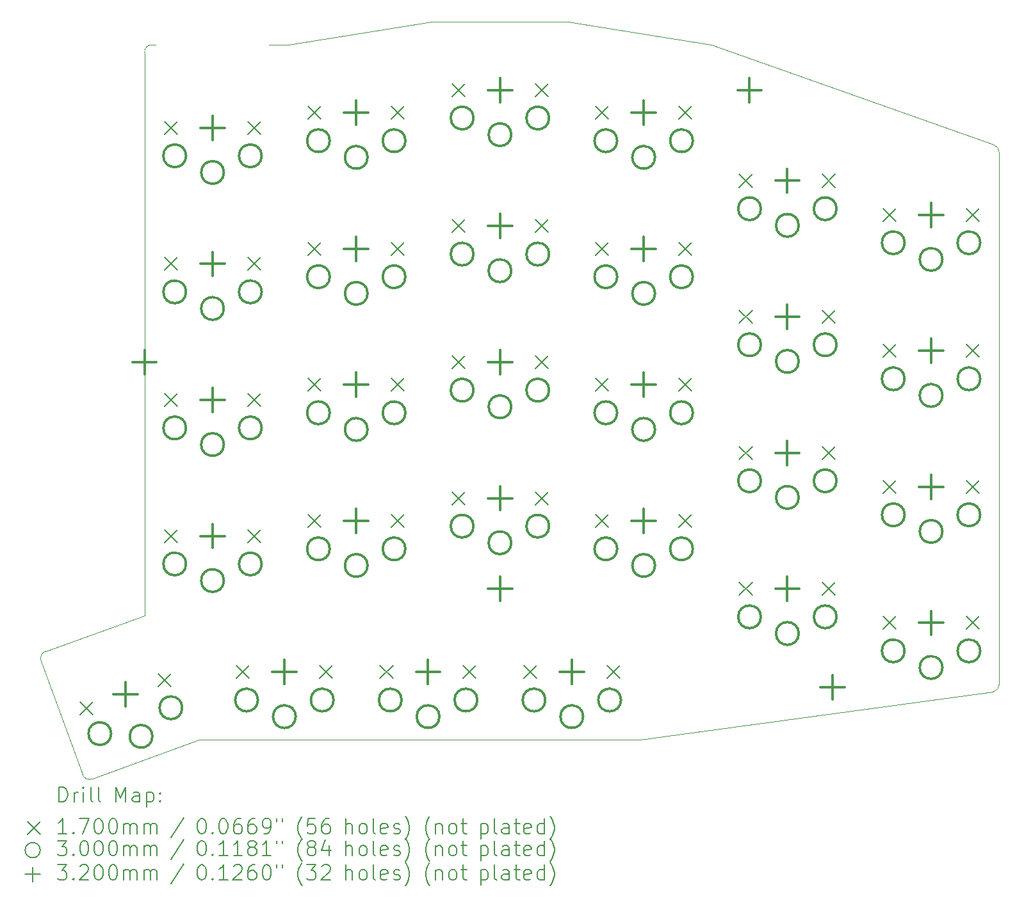
<source format=gbr>
%TF.GenerationSoftware,KiCad,Pcbnew,(7.0.0-0)*%
%TF.CreationDate,2023-03-08T00:10:04+08:00*%
%TF.ProjectId,Input,496e7075-742e-46b6-9963-61645f706362,1*%
%TF.SameCoordinates,PX7bfa480PY6052340*%
%TF.FileFunction,Drillmap*%
%TF.FilePolarity,Positive*%
%FSLAX45Y45*%
G04 Gerber Fmt 4.5, Leading zero omitted, Abs format (unit mm)*
G04 Created by KiCad (PCBNEW (7.0.0-0)) date 2023-03-08 00:10:04*
%MOMM*%
%LPD*%
G01*
G04 APERTURE LIST*
%ADD10C,0.100000*%
%ADD11C,0.200000*%
%ADD12C,0.170000*%
%ADD13C,0.300000*%
%ADD14C,0.320000*%
G04 APERTURE END LIST*
D10*
X2900000Y5000000D02*
X1000000Y4700000D01*
X6600000Y4700000D02*
X4700000Y5000000D01*
X-750000Y4700000D02*
X-800000Y4700000D01*
X-900000Y4599000D02*
X-900000Y-2850000D01*
X10325000Y-3860000D02*
G75*
G03*
X10400000Y-3764289I-23570J95711D01*
G01*
X1000000Y4700000D02*
X750000Y4700000D01*
X5650000Y-4500000D02*
X10325000Y-3860000D01*
X-175000Y-4500000D02*
X5650000Y-4500000D01*
X-800000Y4700005D02*
G75*
G03*
X-900000Y4599000I0J-100005D01*
G01*
X-1719107Y-4955972D02*
X-2266339Y-3452464D01*
X-1719110Y-4955973D02*
G75*
G03*
X-1590936Y-5015740I93970J34203D01*
G01*
X10330000Y3375000D02*
X6600000Y4700000D01*
X10400001Y3279289D02*
G75*
G03*
X10330000Y3375000I-100431J1D01*
G01*
X-2206573Y-3324290D02*
G75*
G03*
X-2266339Y-3452464I34203J-93970D01*
G01*
X4700000Y5000000D02*
X2900000Y5000000D01*
X-2206572Y-3324293D02*
X-900000Y-2850000D01*
X-175000Y-4500000D02*
X-1590936Y-5015740D01*
X10400000Y-3764289D02*
X10400000Y3279289D01*
D11*
D12*
X-1748831Y-3999511D02*
X-1578831Y-4169511D01*
X-1578831Y-3999511D02*
X-1748831Y-4169511D01*
X-715169Y-3623289D02*
X-545169Y-3793289D01*
X-545169Y-3623289D02*
X-715169Y-3793289D01*
X-635000Y3685000D02*
X-465000Y3515000D01*
X-465000Y3685000D02*
X-635000Y3515000D01*
X-635000Y1885000D02*
X-465000Y1715000D01*
X-465000Y1885000D02*
X-635000Y1715000D01*
X-635000Y85000D02*
X-465000Y-85000D01*
X-465000Y85000D02*
X-635000Y-85000D01*
X-635000Y-1715000D02*
X-465000Y-1885000D01*
X-465000Y-1715000D02*
X-635000Y-1885000D01*
X315000Y-3515000D02*
X485000Y-3685000D01*
X485000Y-3515000D02*
X315000Y-3685000D01*
X465000Y3685000D02*
X635000Y3515000D01*
X635000Y3685000D02*
X465000Y3515000D01*
X465000Y1885000D02*
X635000Y1715000D01*
X635000Y1885000D02*
X465000Y1715000D01*
X465000Y85000D02*
X635000Y-85000D01*
X635000Y85000D02*
X465000Y-85000D01*
X465000Y-1715000D02*
X635000Y-1885000D01*
X635000Y-1715000D02*
X465000Y-1885000D01*
X1265000Y3885000D02*
X1435000Y3715000D01*
X1435000Y3885000D02*
X1265000Y3715000D01*
X1265000Y2085000D02*
X1435000Y1915000D01*
X1435000Y2085000D02*
X1265000Y1915000D01*
X1265000Y285000D02*
X1435000Y115000D01*
X1435000Y285000D02*
X1265000Y115000D01*
X1265000Y-1515000D02*
X1435000Y-1685000D01*
X1435000Y-1515000D02*
X1265000Y-1685000D01*
X1415000Y-3515000D02*
X1585000Y-3685000D01*
X1585000Y-3515000D02*
X1415000Y-3685000D01*
X2215000Y-3515000D02*
X2385000Y-3685000D01*
X2385000Y-3515000D02*
X2215000Y-3685000D01*
X2365000Y3885000D02*
X2535000Y3715000D01*
X2535000Y3885000D02*
X2365000Y3715000D01*
X2365000Y2085000D02*
X2535000Y1915000D01*
X2535000Y2085000D02*
X2365000Y1915000D01*
X2365000Y285000D02*
X2535000Y115000D01*
X2535000Y285000D02*
X2365000Y115000D01*
X2365000Y-1515000D02*
X2535000Y-1685000D01*
X2535000Y-1515000D02*
X2365000Y-1685000D01*
X3165000Y4185000D02*
X3335000Y4015000D01*
X3335000Y4185000D02*
X3165000Y4015000D01*
X3165000Y2385000D02*
X3335000Y2215000D01*
X3335000Y2385000D02*
X3165000Y2215000D01*
X3165000Y585000D02*
X3335000Y415000D01*
X3335000Y585000D02*
X3165000Y415000D01*
X3165000Y-1215000D02*
X3335000Y-1385000D01*
X3335000Y-1215000D02*
X3165000Y-1385000D01*
X3315000Y-3515000D02*
X3485000Y-3685000D01*
X3485000Y-3515000D02*
X3315000Y-3685000D01*
X4115000Y-3515000D02*
X4285000Y-3685000D01*
X4285000Y-3515000D02*
X4115000Y-3685000D01*
X4265000Y4185000D02*
X4435000Y4015000D01*
X4435000Y4185000D02*
X4265000Y4015000D01*
X4265000Y2385000D02*
X4435000Y2215000D01*
X4435000Y2385000D02*
X4265000Y2215000D01*
X4265000Y585000D02*
X4435000Y415000D01*
X4435000Y585000D02*
X4265000Y415000D01*
X4265000Y-1215000D02*
X4435000Y-1385000D01*
X4435000Y-1215000D02*
X4265000Y-1385000D01*
X5065000Y3885000D02*
X5235000Y3715000D01*
X5235000Y3885000D02*
X5065000Y3715000D01*
X5065000Y2085000D02*
X5235000Y1915000D01*
X5235000Y2085000D02*
X5065000Y1915000D01*
X5065000Y285000D02*
X5235000Y115000D01*
X5235000Y285000D02*
X5065000Y115000D01*
X5065000Y-1515000D02*
X5235000Y-1685000D01*
X5235000Y-1515000D02*
X5065000Y-1685000D01*
X5215000Y-3515000D02*
X5385000Y-3685000D01*
X5385000Y-3515000D02*
X5215000Y-3685000D01*
X6165000Y3885000D02*
X6335000Y3715000D01*
X6335000Y3885000D02*
X6165000Y3715000D01*
X6165000Y2085000D02*
X6335000Y1915000D01*
X6335000Y2085000D02*
X6165000Y1915000D01*
X6165000Y285000D02*
X6335000Y115000D01*
X6335000Y285000D02*
X6165000Y115000D01*
X6165000Y-1515000D02*
X6335000Y-1685000D01*
X6335000Y-1515000D02*
X6165000Y-1685000D01*
X6965000Y2985000D02*
X7135000Y2815000D01*
X7135000Y2985000D02*
X6965000Y2815000D01*
X6965000Y1185000D02*
X7135000Y1015000D01*
X7135000Y1185000D02*
X6965000Y1015000D01*
X6965000Y-615000D02*
X7135000Y-785000D01*
X7135000Y-615000D02*
X6965000Y-785000D01*
X6965000Y-2415000D02*
X7135000Y-2585000D01*
X7135000Y-2415000D02*
X6965000Y-2585000D01*
X8065000Y2985000D02*
X8235000Y2815000D01*
X8235000Y2985000D02*
X8065000Y2815000D01*
X8065000Y1185000D02*
X8235000Y1015000D01*
X8235000Y1185000D02*
X8065000Y1015000D01*
X8065000Y-615000D02*
X8235000Y-785000D01*
X8235000Y-615000D02*
X8065000Y-785000D01*
X8065000Y-2415000D02*
X8235000Y-2585000D01*
X8235000Y-2415000D02*
X8065000Y-2585000D01*
X8865000Y2535000D02*
X9035000Y2365000D01*
X9035000Y2535000D02*
X8865000Y2365000D01*
X8865000Y735000D02*
X9035000Y565000D01*
X9035000Y735000D02*
X8865000Y565000D01*
X8865000Y-1065000D02*
X9035000Y-1235000D01*
X9035000Y-1065000D02*
X8865000Y-1235000D01*
X8865000Y-2865000D02*
X9035000Y-3035000D01*
X9035000Y-2865000D02*
X8865000Y-3035000D01*
X9965000Y2535000D02*
X10135000Y2365000D01*
X10135000Y2535000D02*
X9965000Y2365000D01*
X9965000Y735000D02*
X10135000Y565000D01*
X10135000Y735000D02*
X9965000Y565000D01*
X9965000Y-1065000D02*
X10135000Y-1235000D01*
X10135000Y-1065000D02*
X9965000Y-1235000D01*
X9965000Y-2865000D02*
X10135000Y-3035000D01*
X10135000Y-2865000D02*
X9965000Y-3035000D01*
D13*
X-1340299Y-4415096D02*
G75*
G03*
X-1340299Y-4415096I-150000J0D01*
G01*
X-795208Y-4450819D02*
G75*
G03*
X-795208Y-4450819I-150000J0D01*
G01*
X-400606Y-4073076D02*
G75*
G03*
X-400606Y-4073076I-150000J0D01*
G01*
X-350000Y3230000D02*
G75*
G03*
X-350000Y3230000I-150000J0D01*
G01*
X-350000Y1430000D02*
G75*
G03*
X-350000Y1430000I-150000J0D01*
G01*
X-350000Y-370000D02*
G75*
G03*
X-350000Y-370000I-150000J0D01*
G01*
X-350000Y-2170000D02*
G75*
G03*
X-350000Y-2170000I-150000J0D01*
G01*
X150000Y3010000D02*
G75*
G03*
X150000Y3010000I-150000J0D01*
G01*
X150000Y1210000D02*
G75*
G03*
X150000Y1210000I-150000J0D01*
G01*
X150000Y-590000D02*
G75*
G03*
X150000Y-590000I-150000J0D01*
G01*
X150000Y-2390000D02*
G75*
G03*
X150000Y-2390000I-150000J0D01*
G01*
X600000Y-3970000D02*
G75*
G03*
X600000Y-3970000I-150000J0D01*
G01*
X650000Y3230000D02*
G75*
G03*
X650000Y3230000I-150000J0D01*
G01*
X650000Y1430000D02*
G75*
G03*
X650000Y1430000I-150000J0D01*
G01*
X650000Y-370000D02*
G75*
G03*
X650000Y-370000I-150000J0D01*
G01*
X650000Y-2170000D02*
G75*
G03*
X650000Y-2170000I-150000J0D01*
G01*
X1100000Y-4190000D02*
G75*
G03*
X1100000Y-4190000I-150000J0D01*
G01*
X1550000Y3430000D02*
G75*
G03*
X1550000Y3430000I-150000J0D01*
G01*
X1550000Y1630000D02*
G75*
G03*
X1550000Y1630000I-150000J0D01*
G01*
X1550000Y-170000D02*
G75*
G03*
X1550000Y-170000I-150000J0D01*
G01*
X1550000Y-1970000D02*
G75*
G03*
X1550000Y-1970000I-150000J0D01*
G01*
X1600000Y-3970000D02*
G75*
G03*
X1600000Y-3970000I-150000J0D01*
G01*
X2050000Y3210000D02*
G75*
G03*
X2050000Y3210000I-150000J0D01*
G01*
X2050000Y1410000D02*
G75*
G03*
X2050000Y1410000I-150000J0D01*
G01*
X2050000Y-390000D02*
G75*
G03*
X2050000Y-390000I-150000J0D01*
G01*
X2050000Y-2190000D02*
G75*
G03*
X2050000Y-2190000I-150000J0D01*
G01*
X2500000Y-3970000D02*
G75*
G03*
X2500000Y-3970000I-150000J0D01*
G01*
X2550000Y3430000D02*
G75*
G03*
X2550000Y3430000I-150000J0D01*
G01*
X2550000Y1630000D02*
G75*
G03*
X2550000Y1630000I-150000J0D01*
G01*
X2550000Y-170000D02*
G75*
G03*
X2550000Y-170000I-150000J0D01*
G01*
X2550000Y-1970000D02*
G75*
G03*
X2550000Y-1970000I-150000J0D01*
G01*
X3000000Y-4190000D02*
G75*
G03*
X3000000Y-4190000I-150000J0D01*
G01*
X3450000Y3730000D02*
G75*
G03*
X3450000Y3730000I-150000J0D01*
G01*
X3450000Y1930000D02*
G75*
G03*
X3450000Y1930000I-150000J0D01*
G01*
X3450000Y130000D02*
G75*
G03*
X3450000Y130000I-150000J0D01*
G01*
X3450000Y-1670000D02*
G75*
G03*
X3450000Y-1670000I-150000J0D01*
G01*
X3500000Y-3970000D02*
G75*
G03*
X3500000Y-3970000I-150000J0D01*
G01*
X3950000Y3510000D02*
G75*
G03*
X3950000Y3510000I-150000J0D01*
G01*
X3950000Y1710000D02*
G75*
G03*
X3950000Y1710000I-150000J0D01*
G01*
X3950000Y-90000D02*
G75*
G03*
X3950000Y-90000I-150000J0D01*
G01*
X3950000Y-1890000D02*
G75*
G03*
X3950000Y-1890000I-150000J0D01*
G01*
X4400000Y-3970000D02*
G75*
G03*
X4400000Y-3970000I-150000J0D01*
G01*
X4450000Y3730000D02*
G75*
G03*
X4450000Y3730000I-150000J0D01*
G01*
X4450000Y1930000D02*
G75*
G03*
X4450000Y1930000I-150000J0D01*
G01*
X4450000Y130000D02*
G75*
G03*
X4450000Y130000I-150000J0D01*
G01*
X4450000Y-1670000D02*
G75*
G03*
X4450000Y-1670000I-150000J0D01*
G01*
X4900000Y-4190000D02*
G75*
G03*
X4900000Y-4190000I-150000J0D01*
G01*
X5350000Y3430000D02*
G75*
G03*
X5350000Y3430000I-150000J0D01*
G01*
X5350000Y1630000D02*
G75*
G03*
X5350000Y1630000I-150000J0D01*
G01*
X5350000Y-170000D02*
G75*
G03*
X5350000Y-170000I-150000J0D01*
G01*
X5350000Y-1970000D02*
G75*
G03*
X5350000Y-1970000I-150000J0D01*
G01*
X5400000Y-3970000D02*
G75*
G03*
X5400000Y-3970000I-150000J0D01*
G01*
X5850000Y3210000D02*
G75*
G03*
X5850000Y3210000I-150000J0D01*
G01*
X5850000Y1410000D02*
G75*
G03*
X5850000Y1410000I-150000J0D01*
G01*
X5850000Y-390000D02*
G75*
G03*
X5850000Y-390000I-150000J0D01*
G01*
X5850000Y-2190000D02*
G75*
G03*
X5850000Y-2190000I-150000J0D01*
G01*
X6350000Y3430000D02*
G75*
G03*
X6350000Y3430000I-150000J0D01*
G01*
X6350000Y1630000D02*
G75*
G03*
X6350000Y1630000I-150000J0D01*
G01*
X6350000Y-170000D02*
G75*
G03*
X6350000Y-170000I-150000J0D01*
G01*
X6350000Y-1970000D02*
G75*
G03*
X6350000Y-1970000I-150000J0D01*
G01*
X7250000Y2530000D02*
G75*
G03*
X7250000Y2530000I-150000J0D01*
G01*
X7250000Y730000D02*
G75*
G03*
X7250000Y730000I-150000J0D01*
G01*
X7250000Y-1070000D02*
G75*
G03*
X7250000Y-1070000I-150000J0D01*
G01*
X7250000Y-2870000D02*
G75*
G03*
X7250000Y-2870000I-150000J0D01*
G01*
X7750000Y2310000D02*
G75*
G03*
X7750000Y2310000I-150000J0D01*
G01*
X7750000Y510000D02*
G75*
G03*
X7750000Y510000I-150000J0D01*
G01*
X7750000Y-1290000D02*
G75*
G03*
X7750000Y-1290000I-150000J0D01*
G01*
X7750000Y-3090000D02*
G75*
G03*
X7750000Y-3090000I-150000J0D01*
G01*
X8250000Y2530000D02*
G75*
G03*
X8250000Y2530000I-150000J0D01*
G01*
X8250000Y730000D02*
G75*
G03*
X8250000Y730000I-150000J0D01*
G01*
X8250000Y-1070000D02*
G75*
G03*
X8250000Y-1070000I-150000J0D01*
G01*
X8250000Y-2870000D02*
G75*
G03*
X8250000Y-2870000I-150000J0D01*
G01*
X9150000Y2080000D02*
G75*
G03*
X9150000Y2080000I-150000J0D01*
G01*
X9150000Y280000D02*
G75*
G03*
X9150000Y280000I-150000J0D01*
G01*
X9150000Y-1520000D02*
G75*
G03*
X9150000Y-1520000I-150000J0D01*
G01*
X9150000Y-3320000D02*
G75*
G03*
X9150000Y-3320000I-150000J0D01*
G01*
X9650000Y1860000D02*
G75*
G03*
X9650000Y1860000I-150000J0D01*
G01*
X9650000Y60000D02*
G75*
G03*
X9650000Y60000I-150000J0D01*
G01*
X9650000Y-1740000D02*
G75*
G03*
X9650000Y-1740000I-150000J0D01*
G01*
X9650000Y-3540000D02*
G75*
G03*
X9650000Y-3540000I-150000J0D01*
G01*
X10150000Y2080000D02*
G75*
G03*
X10150000Y2080000I-150000J0D01*
G01*
X10150000Y280000D02*
G75*
G03*
X10150000Y280000I-150000J0D01*
G01*
X10150000Y-1520000D02*
G75*
G03*
X10150000Y-1520000I-150000J0D01*
G01*
X10150000Y-3320000D02*
G75*
G03*
X10150000Y-3320000I-150000J0D01*
G01*
D14*
X-1147000Y-3736400D02*
X-1147000Y-4056400D01*
X-1307000Y-3896400D02*
X-987000Y-3896400D01*
X-900000Y660000D02*
X-900000Y340000D01*
X-1060000Y500000D02*
X-740000Y500000D01*
X0Y3760000D02*
X0Y3440000D01*
X-160000Y3600000D02*
X160000Y3600000D01*
X0Y1960000D02*
X0Y1640000D01*
X-160000Y1800000D02*
X160000Y1800000D01*
X0Y160000D02*
X0Y-160000D01*
X-160000Y0D02*
X160000Y0D01*
X0Y-1640000D02*
X0Y-1960000D01*
X-160000Y-1800000D02*
X160000Y-1800000D01*
X950000Y-3440000D02*
X950000Y-3760000D01*
X790000Y-3600000D02*
X1110000Y-3600000D01*
X1900000Y3960000D02*
X1900000Y3640000D01*
X1740000Y3800000D02*
X2060000Y3800000D01*
X1900000Y2160000D02*
X1900000Y1840000D01*
X1740000Y2000000D02*
X2060000Y2000000D01*
X1900000Y360000D02*
X1900000Y40000D01*
X1740000Y200000D02*
X2060000Y200000D01*
X1900000Y-1440000D02*
X1900000Y-1760000D01*
X1740000Y-1600000D02*
X2060000Y-1600000D01*
X2850000Y-3440000D02*
X2850000Y-3760000D01*
X2690000Y-3600000D02*
X3010000Y-3600000D01*
X3800000Y4260000D02*
X3800000Y3940000D01*
X3640000Y4100000D02*
X3960000Y4100000D01*
X3800000Y2460000D02*
X3800000Y2140000D01*
X3640000Y2300000D02*
X3960000Y2300000D01*
X3800000Y660000D02*
X3800000Y340000D01*
X3640000Y500000D02*
X3960000Y500000D01*
X3800000Y-1140000D02*
X3800000Y-1460000D01*
X3640000Y-1300000D02*
X3960000Y-1300000D01*
X3800000Y-2340000D02*
X3800000Y-2660000D01*
X3640000Y-2500000D02*
X3960000Y-2500000D01*
X4750000Y-3440000D02*
X4750000Y-3760000D01*
X4590000Y-3600000D02*
X4910000Y-3600000D01*
X5700000Y3960000D02*
X5700000Y3640000D01*
X5540000Y3800000D02*
X5860000Y3800000D01*
X5700000Y2160000D02*
X5700000Y1840000D01*
X5540000Y2000000D02*
X5860000Y2000000D01*
X5700000Y360000D02*
X5700000Y40000D01*
X5540000Y200000D02*
X5860000Y200000D01*
X5700000Y-1440000D02*
X5700000Y-1760000D01*
X5540000Y-1600000D02*
X5860000Y-1600000D01*
X7100000Y4260000D02*
X7100000Y3940000D01*
X6940000Y4100000D02*
X7260000Y4100000D01*
X7600000Y3060000D02*
X7600000Y2740000D01*
X7440000Y2900000D02*
X7760000Y2900000D01*
X7600000Y1260000D02*
X7600000Y940000D01*
X7440000Y1100000D02*
X7760000Y1100000D01*
X7600000Y-540000D02*
X7600000Y-860000D01*
X7440000Y-700000D02*
X7760000Y-700000D01*
X7600000Y-2340000D02*
X7600000Y-2660000D01*
X7440000Y-2500000D02*
X7760000Y-2500000D01*
X8200000Y-3640000D02*
X8200000Y-3960000D01*
X8040000Y-3800000D02*
X8360000Y-3800000D01*
X9500000Y2610000D02*
X9500000Y2290000D01*
X9340000Y2450000D02*
X9660000Y2450000D01*
X9500000Y810000D02*
X9500000Y490000D01*
X9340000Y650000D02*
X9660000Y650000D01*
X9500000Y-990000D02*
X9500000Y-1310000D01*
X9340000Y-1150000D02*
X9660000Y-1150000D01*
X9500000Y-2790000D02*
X9500000Y-3110000D01*
X9340000Y-2950000D02*
X9660000Y-2950000D01*
D11*
X-2029752Y-5320247D02*
X-2029752Y-5120247D01*
X-2029752Y-5120247D02*
X-1982133Y-5120247D01*
X-1982133Y-5120247D02*
X-1953561Y-5129771D01*
X-1953561Y-5129771D02*
X-1934514Y-5148819D01*
X-1934514Y-5148819D02*
X-1924990Y-5167866D01*
X-1924990Y-5167866D02*
X-1915466Y-5205961D01*
X-1915466Y-5205961D02*
X-1915466Y-5234533D01*
X-1915466Y-5234533D02*
X-1924990Y-5272628D01*
X-1924990Y-5272628D02*
X-1934514Y-5291676D01*
X-1934514Y-5291676D02*
X-1953561Y-5310723D01*
X-1953561Y-5310723D02*
X-1982133Y-5320247D01*
X-1982133Y-5320247D02*
X-2029752Y-5320247D01*
X-1829752Y-5320247D02*
X-1829752Y-5186914D01*
X-1829752Y-5225009D02*
X-1820228Y-5205961D01*
X-1820228Y-5205961D02*
X-1810704Y-5196438D01*
X-1810704Y-5196438D02*
X-1791657Y-5186914D01*
X-1791657Y-5186914D02*
X-1772609Y-5186914D01*
X-1705942Y-5320247D02*
X-1705942Y-5186914D01*
X-1705942Y-5120247D02*
X-1715466Y-5129771D01*
X-1715466Y-5129771D02*
X-1705942Y-5139295D01*
X-1705942Y-5139295D02*
X-1696418Y-5129771D01*
X-1696418Y-5129771D02*
X-1705942Y-5120247D01*
X-1705942Y-5120247D02*
X-1705942Y-5139295D01*
X-1582133Y-5320247D02*
X-1601180Y-5310723D01*
X-1601180Y-5310723D02*
X-1610704Y-5291676D01*
X-1610704Y-5291676D02*
X-1610704Y-5120247D01*
X-1477371Y-5320247D02*
X-1496418Y-5310723D01*
X-1496418Y-5310723D02*
X-1505942Y-5291676D01*
X-1505942Y-5291676D02*
X-1505942Y-5120247D01*
X-1281180Y-5320247D02*
X-1281180Y-5120247D01*
X-1281180Y-5120247D02*
X-1214514Y-5263104D01*
X-1214514Y-5263104D02*
X-1147847Y-5120247D01*
X-1147847Y-5120247D02*
X-1147847Y-5320247D01*
X-966895Y-5320247D02*
X-966895Y-5215485D01*
X-966895Y-5215485D02*
X-976418Y-5196438D01*
X-976418Y-5196438D02*
X-995466Y-5186914D01*
X-995466Y-5186914D02*
X-1033561Y-5186914D01*
X-1033561Y-5186914D02*
X-1052609Y-5196438D01*
X-966895Y-5310723D02*
X-985942Y-5320247D01*
X-985942Y-5320247D02*
X-1033561Y-5320247D01*
X-1033561Y-5320247D02*
X-1052609Y-5310723D01*
X-1052609Y-5310723D02*
X-1062133Y-5291676D01*
X-1062133Y-5291676D02*
X-1062133Y-5272628D01*
X-1062133Y-5272628D02*
X-1052609Y-5253580D01*
X-1052609Y-5253580D02*
X-1033561Y-5244057D01*
X-1033561Y-5244057D02*
X-985942Y-5244057D01*
X-985942Y-5244057D02*
X-966895Y-5234533D01*
X-871657Y-5186914D02*
X-871657Y-5386914D01*
X-871657Y-5196438D02*
X-852609Y-5186914D01*
X-852609Y-5186914D02*
X-814514Y-5186914D01*
X-814514Y-5186914D02*
X-795466Y-5196438D01*
X-795466Y-5196438D02*
X-785942Y-5205961D01*
X-785942Y-5205961D02*
X-776418Y-5225009D01*
X-776418Y-5225009D02*
X-776418Y-5282152D01*
X-776418Y-5282152D02*
X-785942Y-5301199D01*
X-785942Y-5301199D02*
X-795466Y-5310723D01*
X-795466Y-5310723D02*
X-814514Y-5320247D01*
X-814514Y-5320247D02*
X-852609Y-5320247D01*
X-852609Y-5320247D02*
X-871657Y-5310723D01*
X-690704Y-5301199D02*
X-681180Y-5310723D01*
X-681180Y-5310723D02*
X-690704Y-5320247D01*
X-690704Y-5320247D02*
X-700228Y-5310723D01*
X-700228Y-5310723D02*
X-690704Y-5301199D01*
X-690704Y-5301199D02*
X-690704Y-5320247D01*
X-690704Y-5196438D02*
X-681180Y-5205961D01*
X-681180Y-5205961D02*
X-690704Y-5215485D01*
X-690704Y-5215485D02*
X-700228Y-5205961D01*
X-700228Y-5205961D02*
X-690704Y-5196438D01*
X-690704Y-5196438D02*
X-690704Y-5215485D01*
D12*
X-2447371Y-5581771D02*
X-2277371Y-5751771D01*
X-2277371Y-5581771D02*
X-2447371Y-5751771D01*
D11*
X-1924990Y-5740247D02*
X-2039276Y-5740247D01*
X-1982133Y-5740247D02*
X-1982133Y-5540247D01*
X-1982133Y-5540247D02*
X-2001180Y-5568819D01*
X-2001180Y-5568819D02*
X-2020228Y-5587866D01*
X-2020228Y-5587866D02*
X-2039276Y-5597390D01*
X-1839276Y-5721199D02*
X-1829752Y-5730723D01*
X-1829752Y-5730723D02*
X-1839276Y-5740247D01*
X-1839276Y-5740247D02*
X-1848799Y-5730723D01*
X-1848799Y-5730723D02*
X-1839276Y-5721199D01*
X-1839276Y-5721199D02*
X-1839276Y-5740247D01*
X-1763085Y-5540247D02*
X-1629752Y-5540247D01*
X-1629752Y-5540247D02*
X-1715466Y-5740247D01*
X-1515466Y-5540247D02*
X-1496418Y-5540247D01*
X-1496418Y-5540247D02*
X-1477371Y-5549771D01*
X-1477371Y-5549771D02*
X-1467847Y-5559295D01*
X-1467847Y-5559295D02*
X-1458323Y-5578342D01*
X-1458323Y-5578342D02*
X-1448799Y-5616437D01*
X-1448799Y-5616437D02*
X-1448799Y-5664057D01*
X-1448799Y-5664057D02*
X-1458323Y-5702152D01*
X-1458323Y-5702152D02*
X-1467847Y-5721199D01*
X-1467847Y-5721199D02*
X-1477371Y-5730723D01*
X-1477371Y-5730723D02*
X-1496418Y-5740247D01*
X-1496418Y-5740247D02*
X-1515466Y-5740247D01*
X-1515466Y-5740247D02*
X-1534514Y-5730723D01*
X-1534514Y-5730723D02*
X-1544037Y-5721199D01*
X-1544037Y-5721199D02*
X-1553561Y-5702152D01*
X-1553561Y-5702152D02*
X-1563085Y-5664057D01*
X-1563085Y-5664057D02*
X-1563085Y-5616437D01*
X-1563085Y-5616437D02*
X-1553561Y-5578342D01*
X-1553561Y-5578342D02*
X-1544037Y-5559295D01*
X-1544037Y-5559295D02*
X-1534514Y-5549771D01*
X-1534514Y-5549771D02*
X-1515466Y-5540247D01*
X-1324990Y-5540247D02*
X-1305942Y-5540247D01*
X-1305942Y-5540247D02*
X-1286895Y-5549771D01*
X-1286895Y-5549771D02*
X-1277371Y-5559295D01*
X-1277371Y-5559295D02*
X-1267847Y-5578342D01*
X-1267847Y-5578342D02*
X-1258323Y-5616437D01*
X-1258323Y-5616437D02*
X-1258323Y-5664057D01*
X-1258323Y-5664057D02*
X-1267847Y-5702152D01*
X-1267847Y-5702152D02*
X-1277371Y-5721199D01*
X-1277371Y-5721199D02*
X-1286895Y-5730723D01*
X-1286895Y-5730723D02*
X-1305942Y-5740247D01*
X-1305942Y-5740247D02*
X-1324990Y-5740247D01*
X-1324990Y-5740247D02*
X-1344038Y-5730723D01*
X-1344038Y-5730723D02*
X-1353561Y-5721199D01*
X-1353561Y-5721199D02*
X-1363085Y-5702152D01*
X-1363085Y-5702152D02*
X-1372609Y-5664057D01*
X-1372609Y-5664057D02*
X-1372609Y-5616437D01*
X-1372609Y-5616437D02*
X-1363085Y-5578342D01*
X-1363085Y-5578342D02*
X-1353561Y-5559295D01*
X-1353561Y-5559295D02*
X-1344038Y-5549771D01*
X-1344038Y-5549771D02*
X-1324990Y-5540247D01*
X-1172609Y-5740247D02*
X-1172609Y-5606914D01*
X-1172609Y-5625961D02*
X-1163085Y-5616437D01*
X-1163085Y-5616437D02*
X-1144038Y-5606914D01*
X-1144038Y-5606914D02*
X-1115466Y-5606914D01*
X-1115466Y-5606914D02*
X-1096418Y-5616437D01*
X-1096418Y-5616437D02*
X-1086895Y-5635485D01*
X-1086895Y-5635485D02*
X-1086895Y-5740247D01*
X-1086895Y-5635485D02*
X-1077371Y-5616437D01*
X-1077371Y-5616437D02*
X-1058323Y-5606914D01*
X-1058323Y-5606914D02*
X-1029752Y-5606914D01*
X-1029752Y-5606914D02*
X-1010704Y-5616437D01*
X-1010704Y-5616437D02*
X-1001180Y-5635485D01*
X-1001180Y-5635485D02*
X-1001180Y-5740247D01*
X-905942Y-5740247D02*
X-905942Y-5606914D01*
X-905942Y-5625961D02*
X-896418Y-5616437D01*
X-896418Y-5616437D02*
X-877371Y-5606914D01*
X-877371Y-5606914D02*
X-848799Y-5606914D01*
X-848799Y-5606914D02*
X-829752Y-5616437D01*
X-829752Y-5616437D02*
X-820228Y-5635485D01*
X-820228Y-5635485D02*
X-820228Y-5740247D01*
X-820228Y-5635485D02*
X-810704Y-5616437D01*
X-810704Y-5616437D02*
X-791656Y-5606914D01*
X-791656Y-5606914D02*
X-763085Y-5606914D01*
X-763085Y-5606914D02*
X-744037Y-5616437D01*
X-744037Y-5616437D02*
X-734514Y-5635485D01*
X-734514Y-5635485D02*
X-734514Y-5740247D01*
X-376418Y-5530723D02*
X-547847Y-5787866D01*
X-151657Y-5540247D02*
X-132609Y-5540247D01*
X-132609Y-5540247D02*
X-113561Y-5549771D01*
X-113561Y-5549771D02*
X-104037Y-5559295D01*
X-104037Y-5559295D02*
X-94514Y-5578342D01*
X-94514Y-5578342D02*
X-84990Y-5616437D01*
X-84990Y-5616437D02*
X-84990Y-5664057D01*
X-84990Y-5664057D02*
X-94514Y-5702152D01*
X-94514Y-5702152D02*
X-104037Y-5721199D01*
X-104037Y-5721199D02*
X-113561Y-5730723D01*
X-113561Y-5730723D02*
X-132609Y-5740247D01*
X-132609Y-5740247D02*
X-151657Y-5740247D01*
X-151657Y-5740247D02*
X-170704Y-5730723D01*
X-170704Y-5730723D02*
X-180228Y-5721199D01*
X-180228Y-5721199D02*
X-189752Y-5702152D01*
X-189752Y-5702152D02*
X-199275Y-5664057D01*
X-199275Y-5664057D02*
X-199275Y-5616437D01*
X-199275Y-5616437D02*
X-189752Y-5578342D01*
X-189752Y-5578342D02*
X-180228Y-5559295D01*
X-180228Y-5559295D02*
X-170704Y-5549771D01*
X-170704Y-5549771D02*
X-151657Y-5540247D01*
X724Y-5721199D02*
X10248Y-5730723D01*
X10248Y-5730723D02*
X724Y-5740247D01*
X724Y-5740247D02*
X-8799Y-5730723D01*
X-8799Y-5730723D02*
X724Y-5721199D01*
X724Y-5721199D02*
X724Y-5740247D01*
X134058Y-5540247D02*
X153106Y-5540247D01*
X153106Y-5540247D02*
X172153Y-5549771D01*
X172153Y-5549771D02*
X181677Y-5559295D01*
X181677Y-5559295D02*
X191201Y-5578342D01*
X191201Y-5578342D02*
X200724Y-5616437D01*
X200724Y-5616437D02*
X200724Y-5664057D01*
X200724Y-5664057D02*
X191201Y-5702152D01*
X191201Y-5702152D02*
X181677Y-5721199D01*
X181677Y-5721199D02*
X172153Y-5730723D01*
X172153Y-5730723D02*
X153106Y-5740247D01*
X153106Y-5740247D02*
X134058Y-5740247D01*
X134058Y-5740247D02*
X115010Y-5730723D01*
X115010Y-5730723D02*
X105486Y-5721199D01*
X105486Y-5721199D02*
X95963Y-5702152D01*
X95963Y-5702152D02*
X86439Y-5664057D01*
X86439Y-5664057D02*
X86439Y-5616437D01*
X86439Y-5616437D02*
X95963Y-5578342D01*
X95963Y-5578342D02*
X105486Y-5559295D01*
X105486Y-5559295D02*
X115010Y-5549771D01*
X115010Y-5549771D02*
X134058Y-5540247D01*
X372153Y-5540247D02*
X334058Y-5540247D01*
X334058Y-5540247D02*
X315010Y-5549771D01*
X315010Y-5549771D02*
X305486Y-5559295D01*
X305486Y-5559295D02*
X286439Y-5587866D01*
X286439Y-5587866D02*
X276915Y-5625961D01*
X276915Y-5625961D02*
X276915Y-5702152D01*
X276915Y-5702152D02*
X286439Y-5721199D01*
X286439Y-5721199D02*
X295963Y-5730723D01*
X295963Y-5730723D02*
X315010Y-5740247D01*
X315010Y-5740247D02*
X353105Y-5740247D01*
X353105Y-5740247D02*
X372153Y-5730723D01*
X372153Y-5730723D02*
X381677Y-5721199D01*
X381677Y-5721199D02*
X391201Y-5702152D01*
X391201Y-5702152D02*
X391201Y-5654533D01*
X391201Y-5654533D02*
X381677Y-5635485D01*
X381677Y-5635485D02*
X372153Y-5625961D01*
X372153Y-5625961D02*
X353105Y-5616437D01*
X353105Y-5616437D02*
X315010Y-5616437D01*
X315010Y-5616437D02*
X295963Y-5625961D01*
X295963Y-5625961D02*
X286439Y-5635485D01*
X286439Y-5635485D02*
X276915Y-5654533D01*
X562629Y-5540247D02*
X524534Y-5540247D01*
X524534Y-5540247D02*
X505486Y-5549771D01*
X505486Y-5549771D02*
X495963Y-5559295D01*
X495963Y-5559295D02*
X476915Y-5587866D01*
X476915Y-5587866D02*
X467391Y-5625961D01*
X467391Y-5625961D02*
X467391Y-5702152D01*
X467391Y-5702152D02*
X476915Y-5721199D01*
X476915Y-5721199D02*
X486439Y-5730723D01*
X486439Y-5730723D02*
X505486Y-5740247D01*
X505486Y-5740247D02*
X543582Y-5740247D01*
X543582Y-5740247D02*
X562629Y-5730723D01*
X562629Y-5730723D02*
X572153Y-5721199D01*
X572153Y-5721199D02*
X581677Y-5702152D01*
X581677Y-5702152D02*
X581677Y-5654533D01*
X581677Y-5654533D02*
X572153Y-5635485D01*
X572153Y-5635485D02*
X562629Y-5625961D01*
X562629Y-5625961D02*
X543582Y-5616437D01*
X543582Y-5616437D02*
X505486Y-5616437D01*
X505486Y-5616437D02*
X486439Y-5625961D01*
X486439Y-5625961D02*
X476915Y-5635485D01*
X476915Y-5635485D02*
X467391Y-5654533D01*
X676915Y-5740247D02*
X715010Y-5740247D01*
X715010Y-5740247D02*
X734058Y-5730723D01*
X734058Y-5730723D02*
X743582Y-5721199D01*
X743582Y-5721199D02*
X762629Y-5692628D01*
X762629Y-5692628D02*
X772153Y-5654533D01*
X772153Y-5654533D02*
X772153Y-5578342D01*
X772153Y-5578342D02*
X762629Y-5559295D01*
X762629Y-5559295D02*
X753105Y-5549771D01*
X753105Y-5549771D02*
X734058Y-5540247D01*
X734058Y-5540247D02*
X695963Y-5540247D01*
X695963Y-5540247D02*
X676915Y-5549771D01*
X676915Y-5549771D02*
X667391Y-5559295D01*
X667391Y-5559295D02*
X657867Y-5578342D01*
X657867Y-5578342D02*
X657867Y-5625961D01*
X657867Y-5625961D02*
X667391Y-5645009D01*
X667391Y-5645009D02*
X676915Y-5654533D01*
X676915Y-5654533D02*
X695963Y-5664057D01*
X695963Y-5664057D02*
X734058Y-5664057D01*
X734058Y-5664057D02*
X753105Y-5654533D01*
X753105Y-5654533D02*
X762629Y-5645009D01*
X762629Y-5645009D02*
X772153Y-5625961D01*
X848344Y-5540247D02*
X848344Y-5578342D01*
X924534Y-5540247D02*
X924534Y-5578342D01*
X1187391Y-5816437D02*
X1177867Y-5806914D01*
X1177867Y-5806914D02*
X1158820Y-5778342D01*
X1158820Y-5778342D02*
X1149296Y-5759295D01*
X1149296Y-5759295D02*
X1139772Y-5730723D01*
X1139772Y-5730723D02*
X1130248Y-5683104D01*
X1130248Y-5683104D02*
X1130248Y-5645009D01*
X1130248Y-5645009D02*
X1139772Y-5597390D01*
X1139772Y-5597390D02*
X1149296Y-5568819D01*
X1149296Y-5568819D02*
X1158820Y-5549771D01*
X1158820Y-5549771D02*
X1177867Y-5521199D01*
X1177867Y-5521199D02*
X1187391Y-5511676D01*
X1358820Y-5540247D02*
X1263582Y-5540247D01*
X1263582Y-5540247D02*
X1254058Y-5635485D01*
X1254058Y-5635485D02*
X1263582Y-5625961D01*
X1263582Y-5625961D02*
X1282629Y-5616437D01*
X1282629Y-5616437D02*
X1330248Y-5616437D01*
X1330248Y-5616437D02*
X1349296Y-5625961D01*
X1349296Y-5625961D02*
X1358820Y-5635485D01*
X1358820Y-5635485D02*
X1368344Y-5654533D01*
X1368344Y-5654533D02*
X1368344Y-5702152D01*
X1368344Y-5702152D02*
X1358820Y-5721199D01*
X1358820Y-5721199D02*
X1349296Y-5730723D01*
X1349296Y-5730723D02*
X1330248Y-5740247D01*
X1330248Y-5740247D02*
X1282629Y-5740247D01*
X1282629Y-5740247D02*
X1263582Y-5730723D01*
X1263582Y-5730723D02*
X1254058Y-5721199D01*
X1539772Y-5540247D02*
X1501677Y-5540247D01*
X1501677Y-5540247D02*
X1482629Y-5549771D01*
X1482629Y-5549771D02*
X1473105Y-5559295D01*
X1473105Y-5559295D02*
X1454058Y-5587866D01*
X1454058Y-5587866D02*
X1444534Y-5625961D01*
X1444534Y-5625961D02*
X1444534Y-5702152D01*
X1444534Y-5702152D02*
X1454058Y-5721199D01*
X1454058Y-5721199D02*
X1463582Y-5730723D01*
X1463582Y-5730723D02*
X1482629Y-5740247D01*
X1482629Y-5740247D02*
X1520725Y-5740247D01*
X1520725Y-5740247D02*
X1539772Y-5730723D01*
X1539772Y-5730723D02*
X1549296Y-5721199D01*
X1549296Y-5721199D02*
X1558820Y-5702152D01*
X1558820Y-5702152D02*
X1558820Y-5654533D01*
X1558820Y-5654533D02*
X1549296Y-5635485D01*
X1549296Y-5635485D02*
X1539772Y-5625961D01*
X1539772Y-5625961D02*
X1520725Y-5616437D01*
X1520725Y-5616437D02*
X1482629Y-5616437D01*
X1482629Y-5616437D02*
X1463582Y-5625961D01*
X1463582Y-5625961D02*
X1454058Y-5635485D01*
X1454058Y-5635485D02*
X1444534Y-5654533D01*
X1764534Y-5740247D02*
X1764534Y-5540247D01*
X1850248Y-5740247D02*
X1850248Y-5635485D01*
X1850248Y-5635485D02*
X1840725Y-5616437D01*
X1840725Y-5616437D02*
X1821677Y-5606914D01*
X1821677Y-5606914D02*
X1793105Y-5606914D01*
X1793105Y-5606914D02*
X1774058Y-5616437D01*
X1774058Y-5616437D02*
X1764534Y-5625961D01*
X1974058Y-5740247D02*
X1955010Y-5730723D01*
X1955010Y-5730723D02*
X1945486Y-5721199D01*
X1945486Y-5721199D02*
X1935963Y-5702152D01*
X1935963Y-5702152D02*
X1935963Y-5645009D01*
X1935963Y-5645009D02*
X1945486Y-5625961D01*
X1945486Y-5625961D02*
X1955010Y-5616437D01*
X1955010Y-5616437D02*
X1974058Y-5606914D01*
X1974058Y-5606914D02*
X2002629Y-5606914D01*
X2002629Y-5606914D02*
X2021677Y-5616437D01*
X2021677Y-5616437D02*
X2031201Y-5625961D01*
X2031201Y-5625961D02*
X2040725Y-5645009D01*
X2040725Y-5645009D02*
X2040725Y-5702152D01*
X2040725Y-5702152D02*
X2031201Y-5721199D01*
X2031201Y-5721199D02*
X2021677Y-5730723D01*
X2021677Y-5730723D02*
X2002629Y-5740247D01*
X2002629Y-5740247D02*
X1974058Y-5740247D01*
X2155010Y-5740247D02*
X2135963Y-5730723D01*
X2135963Y-5730723D02*
X2126439Y-5711676D01*
X2126439Y-5711676D02*
X2126439Y-5540247D01*
X2307391Y-5730723D02*
X2288344Y-5740247D01*
X2288344Y-5740247D02*
X2250248Y-5740247D01*
X2250248Y-5740247D02*
X2231201Y-5730723D01*
X2231201Y-5730723D02*
X2221677Y-5711676D01*
X2221677Y-5711676D02*
X2221677Y-5635485D01*
X2221677Y-5635485D02*
X2231201Y-5616437D01*
X2231201Y-5616437D02*
X2250248Y-5606914D01*
X2250248Y-5606914D02*
X2288344Y-5606914D01*
X2288344Y-5606914D02*
X2307391Y-5616437D01*
X2307391Y-5616437D02*
X2316915Y-5635485D01*
X2316915Y-5635485D02*
X2316915Y-5654533D01*
X2316915Y-5654533D02*
X2221677Y-5673580D01*
X2393106Y-5730723D02*
X2412153Y-5740247D01*
X2412153Y-5740247D02*
X2450248Y-5740247D01*
X2450248Y-5740247D02*
X2469296Y-5730723D01*
X2469296Y-5730723D02*
X2478820Y-5711676D01*
X2478820Y-5711676D02*
X2478820Y-5702152D01*
X2478820Y-5702152D02*
X2469296Y-5683104D01*
X2469296Y-5683104D02*
X2450248Y-5673580D01*
X2450248Y-5673580D02*
X2421677Y-5673580D01*
X2421677Y-5673580D02*
X2402629Y-5664057D01*
X2402629Y-5664057D02*
X2393106Y-5645009D01*
X2393106Y-5645009D02*
X2393106Y-5635485D01*
X2393106Y-5635485D02*
X2402629Y-5616437D01*
X2402629Y-5616437D02*
X2421677Y-5606914D01*
X2421677Y-5606914D02*
X2450248Y-5606914D01*
X2450248Y-5606914D02*
X2469296Y-5616437D01*
X2545487Y-5816437D02*
X2555010Y-5806914D01*
X2555010Y-5806914D02*
X2574058Y-5778342D01*
X2574058Y-5778342D02*
X2583582Y-5759295D01*
X2583582Y-5759295D02*
X2593106Y-5730723D01*
X2593106Y-5730723D02*
X2602629Y-5683104D01*
X2602629Y-5683104D02*
X2602629Y-5645009D01*
X2602629Y-5645009D02*
X2593106Y-5597390D01*
X2593106Y-5597390D02*
X2583582Y-5568819D01*
X2583582Y-5568819D02*
X2574058Y-5549771D01*
X2574058Y-5549771D02*
X2555010Y-5521199D01*
X2555010Y-5521199D02*
X2545487Y-5511676D01*
X2875010Y-5816437D02*
X2865486Y-5806914D01*
X2865486Y-5806914D02*
X2846439Y-5778342D01*
X2846439Y-5778342D02*
X2836915Y-5759295D01*
X2836915Y-5759295D02*
X2827391Y-5730723D01*
X2827391Y-5730723D02*
X2817867Y-5683104D01*
X2817867Y-5683104D02*
X2817867Y-5645009D01*
X2817867Y-5645009D02*
X2827391Y-5597390D01*
X2827391Y-5597390D02*
X2836915Y-5568819D01*
X2836915Y-5568819D02*
X2846439Y-5549771D01*
X2846439Y-5549771D02*
X2865486Y-5521199D01*
X2865486Y-5521199D02*
X2875010Y-5511676D01*
X2951201Y-5606914D02*
X2951201Y-5740247D01*
X2951201Y-5625961D02*
X2960725Y-5616437D01*
X2960725Y-5616437D02*
X2979772Y-5606914D01*
X2979772Y-5606914D02*
X3008344Y-5606914D01*
X3008344Y-5606914D02*
X3027391Y-5616437D01*
X3027391Y-5616437D02*
X3036915Y-5635485D01*
X3036915Y-5635485D02*
X3036915Y-5740247D01*
X3160725Y-5740247D02*
X3141677Y-5730723D01*
X3141677Y-5730723D02*
X3132153Y-5721199D01*
X3132153Y-5721199D02*
X3122629Y-5702152D01*
X3122629Y-5702152D02*
X3122629Y-5645009D01*
X3122629Y-5645009D02*
X3132153Y-5625961D01*
X3132153Y-5625961D02*
X3141677Y-5616437D01*
X3141677Y-5616437D02*
X3160725Y-5606914D01*
X3160725Y-5606914D02*
X3189296Y-5606914D01*
X3189296Y-5606914D02*
X3208344Y-5616437D01*
X3208344Y-5616437D02*
X3217867Y-5625961D01*
X3217867Y-5625961D02*
X3227391Y-5645009D01*
X3227391Y-5645009D02*
X3227391Y-5702152D01*
X3227391Y-5702152D02*
X3217867Y-5721199D01*
X3217867Y-5721199D02*
X3208344Y-5730723D01*
X3208344Y-5730723D02*
X3189296Y-5740247D01*
X3189296Y-5740247D02*
X3160725Y-5740247D01*
X3284534Y-5606914D02*
X3360725Y-5606914D01*
X3313106Y-5540247D02*
X3313106Y-5711676D01*
X3313106Y-5711676D02*
X3322629Y-5730723D01*
X3322629Y-5730723D02*
X3341677Y-5740247D01*
X3341677Y-5740247D02*
X3360725Y-5740247D01*
X3547391Y-5606914D02*
X3547391Y-5806914D01*
X3547391Y-5616437D02*
X3566439Y-5606914D01*
X3566439Y-5606914D02*
X3604534Y-5606914D01*
X3604534Y-5606914D02*
X3623582Y-5616437D01*
X3623582Y-5616437D02*
X3633106Y-5625961D01*
X3633106Y-5625961D02*
X3642629Y-5645009D01*
X3642629Y-5645009D02*
X3642629Y-5702152D01*
X3642629Y-5702152D02*
X3633106Y-5721199D01*
X3633106Y-5721199D02*
X3623582Y-5730723D01*
X3623582Y-5730723D02*
X3604534Y-5740247D01*
X3604534Y-5740247D02*
X3566439Y-5740247D01*
X3566439Y-5740247D02*
X3547391Y-5730723D01*
X3756915Y-5740247D02*
X3737867Y-5730723D01*
X3737867Y-5730723D02*
X3728344Y-5711676D01*
X3728344Y-5711676D02*
X3728344Y-5540247D01*
X3918820Y-5740247D02*
X3918820Y-5635485D01*
X3918820Y-5635485D02*
X3909296Y-5616437D01*
X3909296Y-5616437D02*
X3890248Y-5606914D01*
X3890248Y-5606914D02*
X3852153Y-5606914D01*
X3852153Y-5606914D02*
X3833106Y-5616437D01*
X3918820Y-5730723D02*
X3899772Y-5740247D01*
X3899772Y-5740247D02*
X3852153Y-5740247D01*
X3852153Y-5740247D02*
X3833106Y-5730723D01*
X3833106Y-5730723D02*
X3823582Y-5711676D01*
X3823582Y-5711676D02*
X3823582Y-5692628D01*
X3823582Y-5692628D02*
X3833106Y-5673580D01*
X3833106Y-5673580D02*
X3852153Y-5664057D01*
X3852153Y-5664057D02*
X3899772Y-5664057D01*
X3899772Y-5664057D02*
X3918820Y-5654533D01*
X3985487Y-5606914D02*
X4061677Y-5606914D01*
X4014058Y-5540247D02*
X4014058Y-5711676D01*
X4014058Y-5711676D02*
X4023582Y-5730723D01*
X4023582Y-5730723D02*
X4042629Y-5740247D01*
X4042629Y-5740247D02*
X4061677Y-5740247D01*
X4204534Y-5730723D02*
X4185487Y-5740247D01*
X4185487Y-5740247D02*
X4147391Y-5740247D01*
X4147391Y-5740247D02*
X4128344Y-5730723D01*
X4128344Y-5730723D02*
X4118820Y-5711676D01*
X4118820Y-5711676D02*
X4118820Y-5635485D01*
X4118820Y-5635485D02*
X4128344Y-5616437D01*
X4128344Y-5616437D02*
X4147391Y-5606914D01*
X4147391Y-5606914D02*
X4185487Y-5606914D01*
X4185487Y-5606914D02*
X4204534Y-5616437D01*
X4204534Y-5616437D02*
X4214058Y-5635485D01*
X4214058Y-5635485D02*
X4214058Y-5654533D01*
X4214058Y-5654533D02*
X4118820Y-5673580D01*
X4385487Y-5740247D02*
X4385487Y-5540247D01*
X4385487Y-5730723D02*
X4366439Y-5740247D01*
X4366439Y-5740247D02*
X4328344Y-5740247D01*
X4328344Y-5740247D02*
X4309296Y-5730723D01*
X4309296Y-5730723D02*
X4299772Y-5721199D01*
X4299772Y-5721199D02*
X4290249Y-5702152D01*
X4290249Y-5702152D02*
X4290249Y-5645009D01*
X4290249Y-5645009D02*
X4299772Y-5625961D01*
X4299772Y-5625961D02*
X4309296Y-5616437D01*
X4309296Y-5616437D02*
X4328344Y-5606914D01*
X4328344Y-5606914D02*
X4366439Y-5606914D01*
X4366439Y-5606914D02*
X4385487Y-5616437D01*
X4461677Y-5816437D02*
X4471201Y-5806914D01*
X4471201Y-5806914D02*
X4490249Y-5778342D01*
X4490249Y-5778342D02*
X4499772Y-5759295D01*
X4499772Y-5759295D02*
X4509296Y-5730723D01*
X4509296Y-5730723D02*
X4518820Y-5683104D01*
X4518820Y-5683104D02*
X4518820Y-5645009D01*
X4518820Y-5645009D02*
X4509296Y-5597390D01*
X4509296Y-5597390D02*
X4499772Y-5568819D01*
X4499772Y-5568819D02*
X4490249Y-5549771D01*
X4490249Y-5549771D02*
X4471201Y-5521199D01*
X4471201Y-5521199D02*
X4461677Y-5511676D01*
X-2277371Y-5956771D02*
G75*
G03*
X-2277371Y-5956771I-100000J0D01*
G01*
X-2048799Y-5830247D02*
X-1924990Y-5830247D01*
X-1924990Y-5830247D02*
X-1991657Y-5906437D01*
X-1991657Y-5906437D02*
X-1963085Y-5906437D01*
X-1963085Y-5906437D02*
X-1944037Y-5915961D01*
X-1944037Y-5915961D02*
X-1934514Y-5925485D01*
X-1934514Y-5925485D02*
X-1924990Y-5944533D01*
X-1924990Y-5944533D02*
X-1924990Y-5992152D01*
X-1924990Y-5992152D02*
X-1934514Y-6011199D01*
X-1934514Y-6011199D02*
X-1944037Y-6020723D01*
X-1944037Y-6020723D02*
X-1963085Y-6030247D01*
X-1963085Y-6030247D02*
X-2020228Y-6030247D01*
X-2020228Y-6030247D02*
X-2039276Y-6020723D01*
X-2039276Y-6020723D02*
X-2048799Y-6011199D01*
X-1839276Y-6011199D02*
X-1829752Y-6020723D01*
X-1829752Y-6020723D02*
X-1839276Y-6030247D01*
X-1839276Y-6030247D02*
X-1848799Y-6020723D01*
X-1848799Y-6020723D02*
X-1839276Y-6011199D01*
X-1839276Y-6011199D02*
X-1839276Y-6030247D01*
X-1705942Y-5830247D02*
X-1686895Y-5830247D01*
X-1686895Y-5830247D02*
X-1667847Y-5839771D01*
X-1667847Y-5839771D02*
X-1658323Y-5849295D01*
X-1658323Y-5849295D02*
X-1648799Y-5868342D01*
X-1648799Y-5868342D02*
X-1639276Y-5906437D01*
X-1639276Y-5906437D02*
X-1639276Y-5954057D01*
X-1639276Y-5954057D02*
X-1648799Y-5992152D01*
X-1648799Y-5992152D02*
X-1658323Y-6011199D01*
X-1658323Y-6011199D02*
X-1667847Y-6020723D01*
X-1667847Y-6020723D02*
X-1686895Y-6030247D01*
X-1686895Y-6030247D02*
X-1705942Y-6030247D01*
X-1705942Y-6030247D02*
X-1724990Y-6020723D01*
X-1724990Y-6020723D02*
X-1734514Y-6011199D01*
X-1734514Y-6011199D02*
X-1744037Y-5992152D01*
X-1744037Y-5992152D02*
X-1753561Y-5954057D01*
X-1753561Y-5954057D02*
X-1753561Y-5906437D01*
X-1753561Y-5906437D02*
X-1744037Y-5868342D01*
X-1744037Y-5868342D02*
X-1734514Y-5849295D01*
X-1734514Y-5849295D02*
X-1724990Y-5839771D01*
X-1724990Y-5839771D02*
X-1705942Y-5830247D01*
X-1515466Y-5830247D02*
X-1496418Y-5830247D01*
X-1496418Y-5830247D02*
X-1477371Y-5839771D01*
X-1477371Y-5839771D02*
X-1467847Y-5849295D01*
X-1467847Y-5849295D02*
X-1458323Y-5868342D01*
X-1458323Y-5868342D02*
X-1448799Y-5906437D01*
X-1448799Y-5906437D02*
X-1448799Y-5954057D01*
X-1448799Y-5954057D02*
X-1458323Y-5992152D01*
X-1458323Y-5992152D02*
X-1467847Y-6011199D01*
X-1467847Y-6011199D02*
X-1477371Y-6020723D01*
X-1477371Y-6020723D02*
X-1496418Y-6030247D01*
X-1496418Y-6030247D02*
X-1515466Y-6030247D01*
X-1515466Y-6030247D02*
X-1534514Y-6020723D01*
X-1534514Y-6020723D02*
X-1544037Y-6011199D01*
X-1544037Y-6011199D02*
X-1553561Y-5992152D01*
X-1553561Y-5992152D02*
X-1563085Y-5954057D01*
X-1563085Y-5954057D02*
X-1563085Y-5906437D01*
X-1563085Y-5906437D02*
X-1553561Y-5868342D01*
X-1553561Y-5868342D02*
X-1544037Y-5849295D01*
X-1544037Y-5849295D02*
X-1534514Y-5839771D01*
X-1534514Y-5839771D02*
X-1515466Y-5830247D01*
X-1324990Y-5830247D02*
X-1305942Y-5830247D01*
X-1305942Y-5830247D02*
X-1286895Y-5839771D01*
X-1286895Y-5839771D02*
X-1277371Y-5849295D01*
X-1277371Y-5849295D02*
X-1267847Y-5868342D01*
X-1267847Y-5868342D02*
X-1258323Y-5906437D01*
X-1258323Y-5906437D02*
X-1258323Y-5954057D01*
X-1258323Y-5954057D02*
X-1267847Y-5992152D01*
X-1267847Y-5992152D02*
X-1277371Y-6011199D01*
X-1277371Y-6011199D02*
X-1286895Y-6020723D01*
X-1286895Y-6020723D02*
X-1305942Y-6030247D01*
X-1305942Y-6030247D02*
X-1324990Y-6030247D01*
X-1324990Y-6030247D02*
X-1344038Y-6020723D01*
X-1344038Y-6020723D02*
X-1353561Y-6011199D01*
X-1353561Y-6011199D02*
X-1363085Y-5992152D01*
X-1363085Y-5992152D02*
X-1372609Y-5954057D01*
X-1372609Y-5954057D02*
X-1372609Y-5906437D01*
X-1372609Y-5906437D02*
X-1363085Y-5868342D01*
X-1363085Y-5868342D02*
X-1353561Y-5849295D01*
X-1353561Y-5849295D02*
X-1344038Y-5839771D01*
X-1344038Y-5839771D02*
X-1324990Y-5830247D01*
X-1172609Y-6030247D02*
X-1172609Y-5896914D01*
X-1172609Y-5915961D02*
X-1163085Y-5906437D01*
X-1163085Y-5906437D02*
X-1144038Y-5896914D01*
X-1144038Y-5896914D02*
X-1115466Y-5896914D01*
X-1115466Y-5896914D02*
X-1096418Y-5906437D01*
X-1096418Y-5906437D02*
X-1086895Y-5925485D01*
X-1086895Y-5925485D02*
X-1086895Y-6030247D01*
X-1086895Y-5925485D02*
X-1077371Y-5906437D01*
X-1077371Y-5906437D02*
X-1058323Y-5896914D01*
X-1058323Y-5896914D02*
X-1029752Y-5896914D01*
X-1029752Y-5896914D02*
X-1010704Y-5906437D01*
X-1010704Y-5906437D02*
X-1001180Y-5925485D01*
X-1001180Y-5925485D02*
X-1001180Y-6030247D01*
X-905942Y-6030247D02*
X-905942Y-5896914D01*
X-905942Y-5915961D02*
X-896418Y-5906437D01*
X-896418Y-5906437D02*
X-877371Y-5896914D01*
X-877371Y-5896914D02*
X-848799Y-5896914D01*
X-848799Y-5896914D02*
X-829752Y-5906437D01*
X-829752Y-5906437D02*
X-820228Y-5925485D01*
X-820228Y-5925485D02*
X-820228Y-6030247D01*
X-820228Y-5925485D02*
X-810704Y-5906437D01*
X-810704Y-5906437D02*
X-791656Y-5896914D01*
X-791656Y-5896914D02*
X-763085Y-5896914D01*
X-763085Y-5896914D02*
X-744037Y-5906437D01*
X-744037Y-5906437D02*
X-734514Y-5925485D01*
X-734514Y-5925485D02*
X-734514Y-6030247D01*
X-376418Y-5820723D02*
X-547847Y-6077866D01*
X-151657Y-5830247D02*
X-132609Y-5830247D01*
X-132609Y-5830247D02*
X-113561Y-5839771D01*
X-113561Y-5839771D02*
X-104037Y-5849295D01*
X-104037Y-5849295D02*
X-94514Y-5868342D01*
X-94514Y-5868342D02*
X-84990Y-5906437D01*
X-84990Y-5906437D02*
X-84990Y-5954057D01*
X-84990Y-5954057D02*
X-94514Y-5992152D01*
X-94514Y-5992152D02*
X-104037Y-6011199D01*
X-104037Y-6011199D02*
X-113561Y-6020723D01*
X-113561Y-6020723D02*
X-132609Y-6030247D01*
X-132609Y-6030247D02*
X-151657Y-6030247D01*
X-151657Y-6030247D02*
X-170704Y-6020723D01*
X-170704Y-6020723D02*
X-180228Y-6011199D01*
X-180228Y-6011199D02*
X-189752Y-5992152D01*
X-189752Y-5992152D02*
X-199275Y-5954057D01*
X-199275Y-5954057D02*
X-199275Y-5906437D01*
X-199275Y-5906437D02*
X-189752Y-5868342D01*
X-189752Y-5868342D02*
X-180228Y-5849295D01*
X-180228Y-5849295D02*
X-170704Y-5839771D01*
X-170704Y-5839771D02*
X-151657Y-5830247D01*
X724Y-6011199D02*
X10248Y-6020723D01*
X10248Y-6020723D02*
X724Y-6030247D01*
X724Y-6030247D02*
X-8799Y-6020723D01*
X-8799Y-6020723D02*
X724Y-6011199D01*
X724Y-6011199D02*
X724Y-6030247D01*
X200724Y-6030247D02*
X86439Y-6030247D01*
X143582Y-6030247D02*
X143582Y-5830247D01*
X143582Y-5830247D02*
X124534Y-5858818D01*
X124534Y-5858818D02*
X105486Y-5877866D01*
X105486Y-5877866D02*
X86439Y-5887390D01*
X391201Y-6030247D02*
X276915Y-6030247D01*
X334058Y-6030247D02*
X334058Y-5830247D01*
X334058Y-5830247D02*
X315010Y-5858818D01*
X315010Y-5858818D02*
X295963Y-5877866D01*
X295963Y-5877866D02*
X276915Y-5887390D01*
X505486Y-5915961D02*
X486439Y-5906437D01*
X486439Y-5906437D02*
X476915Y-5896914D01*
X476915Y-5896914D02*
X467391Y-5877866D01*
X467391Y-5877866D02*
X467391Y-5868342D01*
X467391Y-5868342D02*
X476915Y-5849295D01*
X476915Y-5849295D02*
X486439Y-5839771D01*
X486439Y-5839771D02*
X505486Y-5830247D01*
X505486Y-5830247D02*
X543582Y-5830247D01*
X543582Y-5830247D02*
X562629Y-5839771D01*
X562629Y-5839771D02*
X572153Y-5849295D01*
X572153Y-5849295D02*
X581677Y-5868342D01*
X581677Y-5868342D02*
X581677Y-5877866D01*
X581677Y-5877866D02*
X572153Y-5896914D01*
X572153Y-5896914D02*
X562629Y-5906437D01*
X562629Y-5906437D02*
X543582Y-5915961D01*
X543582Y-5915961D02*
X505486Y-5915961D01*
X505486Y-5915961D02*
X486439Y-5925485D01*
X486439Y-5925485D02*
X476915Y-5935009D01*
X476915Y-5935009D02*
X467391Y-5954057D01*
X467391Y-5954057D02*
X467391Y-5992152D01*
X467391Y-5992152D02*
X476915Y-6011199D01*
X476915Y-6011199D02*
X486439Y-6020723D01*
X486439Y-6020723D02*
X505486Y-6030247D01*
X505486Y-6030247D02*
X543582Y-6030247D01*
X543582Y-6030247D02*
X562629Y-6020723D01*
X562629Y-6020723D02*
X572153Y-6011199D01*
X572153Y-6011199D02*
X581677Y-5992152D01*
X581677Y-5992152D02*
X581677Y-5954057D01*
X581677Y-5954057D02*
X572153Y-5935009D01*
X572153Y-5935009D02*
X562629Y-5925485D01*
X562629Y-5925485D02*
X543582Y-5915961D01*
X772153Y-6030247D02*
X657867Y-6030247D01*
X715010Y-6030247D02*
X715010Y-5830247D01*
X715010Y-5830247D02*
X695963Y-5858818D01*
X695963Y-5858818D02*
X676915Y-5877866D01*
X676915Y-5877866D02*
X657867Y-5887390D01*
X848344Y-5830247D02*
X848344Y-5868342D01*
X924534Y-5830247D02*
X924534Y-5868342D01*
X1187391Y-6106437D02*
X1177867Y-6096914D01*
X1177867Y-6096914D02*
X1158820Y-6068342D01*
X1158820Y-6068342D02*
X1149296Y-6049295D01*
X1149296Y-6049295D02*
X1139772Y-6020723D01*
X1139772Y-6020723D02*
X1130248Y-5973104D01*
X1130248Y-5973104D02*
X1130248Y-5935009D01*
X1130248Y-5935009D02*
X1139772Y-5887390D01*
X1139772Y-5887390D02*
X1149296Y-5858818D01*
X1149296Y-5858818D02*
X1158820Y-5839771D01*
X1158820Y-5839771D02*
X1177867Y-5811199D01*
X1177867Y-5811199D02*
X1187391Y-5801676D01*
X1292153Y-5915961D02*
X1273106Y-5906437D01*
X1273106Y-5906437D02*
X1263582Y-5896914D01*
X1263582Y-5896914D02*
X1254058Y-5877866D01*
X1254058Y-5877866D02*
X1254058Y-5868342D01*
X1254058Y-5868342D02*
X1263582Y-5849295D01*
X1263582Y-5849295D02*
X1273106Y-5839771D01*
X1273106Y-5839771D02*
X1292153Y-5830247D01*
X1292153Y-5830247D02*
X1330248Y-5830247D01*
X1330248Y-5830247D02*
X1349296Y-5839771D01*
X1349296Y-5839771D02*
X1358820Y-5849295D01*
X1358820Y-5849295D02*
X1368344Y-5868342D01*
X1368344Y-5868342D02*
X1368344Y-5877866D01*
X1368344Y-5877866D02*
X1358820Y-5896914D01*
X1358820Y-5896914D02*
X1349296Y-5906437D01*
X1349296Y-5906437D02*
X1330248Y-5915961D01*
X1330248Y-5915961D02*
X1292153Y-5915961D01*
X1292153Y-5915961D02*
X1273106Y-5925485D01*
X1273106Y-5925485D02*
X1263582Y-5935009D01*
X1263582Y-5935009D02*
X1254058Y-5954057D01*
X1254058Y-5954057D02*
X1254058Y-5992152D01*
X1254058Y-5992152D02*
X1263582Y-6011199D01*
X1263582Y-6011199D02*
X1273106Y-6020723D01*
X1273106Y-6020723D02*
X1292153Y-6030247D01*
X1292153Y-6030247D02*
X1330248Y-6030247D01*
X1330248Y-6030247D02*
X1349296Y-6020723D01*
X1349296Y-6020723D02*
X1358820Y-6011199D01*
X1358820Y-6011199D02*
X1368344Y-5992152D01*
X1368344Y-5992152D02*
X1368344Y-5954057D01*
X1368344Y-5954057D02*
X1358820Y-5935009D01*
X1358820Y-5935009D02*
X1349296Y-5925485D01*
X1349296Y-5925485D02*
X1330248Y-5915961D01*
X1539772Y-5896914D02*
X1539772Y-6030247D01*
X1492153Y-5820723D02*
X1444534Y-5963580D01*
X1444534Y-5963580D02*
X1568344Y-5963580D01*
X1764534Y-6030247D02*
X1764534Y-5830247D01*
X1850248Y-6030247D02*
X1850248Y-5925485D01*
X1850248Y-5925485D02*
X1840725Y-5906437D01*
X1840725Y-5906437D02*
X1821677Y-5896914D01*
X1821677Y-5896914D02*
X1793105Y-5896914D01*
X1793105Y-5896914D02*
X1774058Y-5906437D01*
X1774058Y-5906437D02*
X1764534Y-5915961D01*
X1974058Y-6030247D02*
X1955010Y-6020723D01*
X1955010Y-6020723D02*
X1945486Y-6011199D01*
X1945486Y-6011199D02*
X1935963Y-5992152D01*
X1935963Y-5992152D02*
X1935963Y-5935009D01*
X1935963Y-5935009D02*
X1945486Y-5915961D01*
X1945486Y-5915961D02*
X1955010Y-5906437D01*
X1955010Y-5906437D02*
X1974058Y-5896914D01*
X1974058Y-5896914D02*
X2002629Y-5896914D01*
X2002629Y-5896914D02*
X2021677Y-5906437D01*
X2021677Y-5906437D02*
X2031201Y-5915961D01*
X2031201Y-5915961D02*
X2040725Y-5935009D01*
X2040725Y-5935009D02*
X2040725Y-5992152D01*
X2040725Y-5992152D02*
X2031201Y-6011199D01*
X2031201Y-6011199D02*
X2021677Y-6020723D01*
X2021677Y-6020723D02*
X2002629Y-6030247D01*
X2002629Y-6030247D02*
X1974058Y-6030247D01*
X2155010Y-6030247D02*
X2135963Y-6020723D01*
X2135963Y-6020723D02*
X2126439Y-6001676D01*
X2126439Y-6001676D02*
X2126439Y-5830247D01*
X2307391Y-6020723D02*
X2288344Y-6030247D01*
X2288344Y-6030247D02*
X2250248Y-6030247D01*
X2250248Y-6030247D02*
X2231201Y-6020723D01*
X2231201Y-6020723D02*
X2221677Y-6001676D01*
X2221677Y-6001676D02*
X2221677Y-5925485D01*
X2221677Y-5925485D02*
X2231201Y-5906437D01*
X2231201Y-5906437D02*
X2250248Y-5896914D01*
X2250248Y-5896914D02*
X2288344Y-5896914D01*
X2288344Y-5896914D02*
X2307391Y-5906437D01*
X2307391Y-5906437D02*
X2316915Y-5925485D01*
X2316915Y-5925485D02*
X2316915Y-5944533D01*
X2316915Y-5944533D02*
X2221677Y-5963580D01*
X2393106Y-6020723D02*
X2412153Y-6030247D01*
X2412153Y-6030247D02*
X2450248Y-6030247D01*
X2450248Y-6030247D02*
X2469296Y-6020723D01*
X2469296Y-6020723D02*
X2478820Y-6001676D01*
X2478820Y-6001676D02*
X2478820Y-5992152D01*
X2478820Y-5992152D02*
X2469296Y-5973104D01*
X2469296Y-5973104D02*
X2450248Y-5963580D01*
X2450248Y-5963580D02*
X2421677Y-5963580D01*
X2421677Y-5963580D02*
X2402629Y-5954057D01*
X2402629Y-5954057D02*
X2393106Y-5935009D01*
X2393106Y-5935009D02*
X2393106Y-5925485D01*
X2393106Y-5925485D02*
X2402629Y-5906437D01*
X2402629Y-5906437D02*
X2421677Y-5896914D01*
X2421677Y-5896914D02*
X2450248Y-5896914D01*
X2450248Y-5896914D02*
X2469296Y-5906437D01*
X2545487Y-6106437D02*
X2555010Y-6096914D01*
X2555010Y-6096914D02*
X2574058Y-6068342D01*
X2574058Y-6068342D02*
X2583582Y-6049295D01*
X2583582Y-6049295D02*
X2593106Y-6020723D01*
X2593106Y-6020723D02*
X2602629Y-5973104D01*
X2602629Y-5973104D02*
X2602629Y-5935009D01*
X2602629Y-5935009D02*
X2593106Y-5887390D01*
X2593106Y-5887390D02*
X2583582Y-5858818D01*
X2583582Y-5858818D02*
X2574058Y-5839771D01*
X2574058Y-5839771D02*
X2555010Y-5811199D01*
X2555010Y-5811199D02*
X2545487Y-5801676D01*
X2875010Y-6106437D02*
X2865486Y-6096914D01*
X2865486Y-6096914D02*
X2846439Y-6068342D01*
X2846439Y-6068342D02*
X2836915Y-6049295D01*
X2836915Y-6049295D02*
X2827391Y-6020723D01*
X2827391Y-6020723D02*
X2817867Y-5973104D01*
X2817867Y-5973104D02*
X2817867Y-5935009D01*
X2817867Y-5935009D02*
X2827391Y-5887390D01*
X2827391Y-5887390D02*
X2836915Y-5858818D01*
X2836915Y-5858818D02*
X2846439Y-5839771D01*
X2846439Y-5839771D02*
X2865486Y-5811199D01*
X2865486Y-5811199D02*
X2875010Y-5801676D01*
X2951201Y-5896914D02*
X2951201Y-6030247D01*
X2951201Y-5915961D02*
X2960725Y-5906437D01*
X2960725Y-5906437D02*
X2979772Y-5896914D01*
X2979772Y-5896914D02*
X3008344Y-5896914D01*
X3008344Y-5896914D02*
X3027391Y-5906437D01*
X3027391Y-5906437D02*
X3036915Y-5925485D01*
X3036915Y-5925485D02*
X3036915Y-6030247D01*
X3160725Y-6030247D02*
X3141677Y-6020723D01*
X3141677Y-6020723D02*
X3132153Y-6011199D01*
X3132153Y-6011199D02*
X3122629Y-5992152D01*
X3122629Y-5992152D02*
X3122629Y-5935009D01*
X3122629Y-5935009D02*
X3132153Y-5915961D01*
X3132153Y-5915961D02*
X3141677Y-5906437D01*
X3141677Y-5906437D02*
X3160725Y-5896914D01*
X3160725Y-5896914D02*
X3189296Y-5896914D01*
X3189296Y-5896914D02*
X3208344Y-5906437D01*
X3208344Y-5906437D02*
X3217867Y-5915961D01*
X3217867Y-5915961D02*
X3227391Y-5935009D01*
X3227391Y-5935009D02*
X3227391Y-5992152D01*
X3227391Y-5992152D02*
X3217867Y-6011199D01*
X3217867Y-6011199D02*
X3208344Y-6020723D01*
X3208344Y-6020723D02*
X3189296Y-6030247D01*
X3189296Y-6030247D02*
X3160725Y-6030247D01*
X3284534Y-5896914D02*
X3360725Y-5896914D01*
X3313106Y-5830247D02*
X3313106Y-6001676D01*
X3313106Y-6001676D02*
X3322629Y-6020723D01*
X3322629Y-6020723D02*
X3341677Y-6030247D01*
X3341677Y-6030247D02*
X3360725Y-6030247D01*
X3547391Y-5896914D02*
X3547391Y-6096914D01*
X3547391Y-5906437D02*
X3566439Y-5896914D01*
X3566439Y-5896914D02*
X3604534Y-5896914D01*
X3604534Y-5896914D02*
X3623582Y-5906437D01*
X3623582Y-5906437D02*
X3633106Y-5915961D01*
X3633106Y-5915961D02*
X3642629Y-5935009D01*
X3642629Y-5935009D02*
X3642629Y-5992152D01*
X3642629Y-5992152D02*
X3633106Y-6011199D01*
X3633106Y-6011199D02*
X3623582Y-6020723D01*
X3623582Y-6020723D02*
X3604534Y-6030247D01*
X3604534Y-6030247D02*
X3566439Y-6030247D01*
X3566439Y-6030247D02*
X3547391Y-6020723D01*
X3756915Y-6030247D02*
X3737867Y-6020723D01*
X3737867Y-6020723D02*
X3728344Y-6001676D01*
X3728344Y-6001676D02*
X3728344Y-5830247D01*
X3918820Y-6030247D02*
X3918820Y-5925485D01*
X3918820Y-5925485D02*
X3909296Y-5906437D01*
X3909296Y-5906437D02*
X3890248Y-5896914D01*
X3890248Y-5896914D02*
X3852153Y-5896914D01*
X3852153Y-5896914D02*
X3833106Y-5906437D01*
X3918820Y-6020723D02*
X3899772Y-6030247D01*
X3899772Y-6030247D02*
X3852153Y-6030247D01*
X3852153Y-6030247D02*
X3833106Y-6020723D01*
X3833106Y-6020723D02*
X3823582Y-6001676D01*
X3823582Y-6001676D02*
X3823582Y-5982628D01*
X3823582Y-5982628D02*
X3833106Y-5963580D01*
X3833106Y-5963580D02*
X3852153Y-5954057D01*
X3852153Y-5954057D02*
X3899772Y-5954057D01*
X3899772Y-5954057D02*
X3918820Y-5944533D01*
X3985487Y-5896914D02*
X4061677Y-5896914D01*
X4014058Y-5830247D02*
X4014058Y-6001676D01*
X4014058Y-6001676D02*
X4023582Y-6020723D01*
X4023582Y-6020723D02*
X4042629Y-6030247D01*
X4042629Y-6030247D02*
X4061677Y-6030247D01*
X4204534Y-6020723D02*
X4185487Y-6030247D01*
X4185487Y-6030247D02*
X4147391Y-6030247D01*
X4147391Y-6030247D02*
X4128344Y-6020723D01*
X4128344Y-6020723D02*
X4118820Y-6001676D01*
X4118820Y-6001676D02*
X4118820Y-5925485D01*
X4118820Y-5925485D02*
X4128344Y-5906437D01*
X4128344Y-5906437D02*
X4147391Y-5896914D01*
X4147391Y-5896914D02*
X4185487Y-5896914D01*
X4185487Y-5896914D02*
X4204534Y-5906437D01*
X4204534Y-5906437D02*
X4214058Y-5925485D01*
X4214058Y-5925485D02*
X4214058Y-5944533D01*
X4214058Y-5944533D02*
X4118820Y-5963580D01*
X4385487Y-6030247D02*
X4385487Y-5830247D01*
X4385487Y-6020723D02*
X4366439Y-6030247D01*
X4366439Y-6030247D02*
X4328344Y-6030247D01*
X4328344Y-6030247D02*
X4309296Y-6020723D01*
X4309296Y-6020723D02*
X4299772Y-6011199D01*
X4299772Y-6011199D02*
X4290249Y-5992152D01*
X4290249Y-5992152D02*
X4290249Y-5935009D01*
X4290249Y-5935009D02*
X4299772Y-5915961D01*
X4299772Y-5915961D02*
X4309296Y-5906437D01*
X4309296Y-5906437D02*
X4328344Y-5896914D01*
X4328344Y-5896914D02*
X4366439Y-5896914D01*
X4366439Y-5896914D02*
X4385487Y-5906437D01*
X4461677Y-6106437D02*
X4471201Y-6096914D01*
X4471201Y-6096914D02*
X4490249Y-6068342D01*
X4490249Y-6068342D02*
X4499772Y-6049295D01*
X4499772Y-6049295D02*
X4509296Y-6020723D01*
X4509296Y-6020723D02*
X4518820Y-5973104D01*
X4518820Y-5973104D02*
X4518820Y-5935009D01*
X4518820Y-5935009D02*
X4509296Y-5887390D01*
X4509296Y-5887390D02*
X4499772Y-5858818D01*
X4499772Y-5858818D02*
X4490249Y-5839771D01*
X4490249Y-5839771D02*
X4471201Y-5811199D01*
X4471201Y-5811199D02*
X4461677Y-5801676D01*
X-2377371Y-6176771D02*
X-2377371Y-6376771D01*
X-2477371Y-6276771D02*
X-2277371Y-6276771D01*
X-2048799Y-6150247D02*
X-1924990Y-6150247D01*
X-1924990Y-6150247D02*
X-1991657Y-6226437D01*
X-1991657Y-6226437D02*
X-1963085Y-6226437D01*
X-1963085Y-6226437D02*
X-1944037Y-6235961D01*
X-1944037Y-6235961D02*
X-1934514Y-6245485D01*
X-1934514Y-6245485D02*
X-1924990Y-6264533D01*
X-1924990Y-6264533D02*
X-1924990Y-6312152D01*
X-1924990Y-6312152D02*
X-1934514Y-6331199D01*
X-1934514Y-6331199D02*
X-1944037Y-6340723D01*
X-1944037Y-6340723D02*
X-1963085Y-6350247D01*
X-1963085Y-6350247D02*
X-2020228Y-6350247D01*
X-2020228Y-6350247D02*
X-2039276Y-6340723D01*
X-2039276Y-6340723D02*
X-2048799Y-6331199D01*
X-1839276Y-6331199D02*
X-1829752Y-6340723D01*
X-1829752Y-6340723D02*
X-1839276Y-6350247D01*
X-1839276Y-6350247D02*
X-1848799Y-6340723D01*
X-1848799Y-6340723D02*
X-1839276Y-6331199D01*
X-1839276Y-6331199D02*
X-1839276Y-6350247D01*
X-1753561Y-6169295D02*
X-1744037Y-6159771D01*
X-1744037Y-6159771D02*
X-1724990Y-6150247D01*
X-1724990Y-6150247D02*
X-1677371Y-6150247D01*
X-1677371Y-6150247D02*
X-1658323Y-6159771D01*
X-1658323Y-6159771D02*
X-1648799Y-6169295D01*
X-1648799Y-6169295D02*
X-1639276Y-6188342D01*
X-1639276Y-6188342D02*
X-1639276Y-6207390D01*
X-1639276Y-6207390D02*
X-1648799Y-6235961D01*
X-1648799Y-6235961D02*
X-1763085Y-6350247D01*
X-1763085Y-6350247D02*
X-1639276Y-6350247D01*
X-1515466Y-6150247D02*
X-1496418Y-6150247D01*
X-1496418Y-6150247D02*
X-1477371Y-6159771D01*
X-1477371Y-6159771D02*
X-1467847Y-6169295D01*
X-1467847Y-6169295D02*
X-1458323Y-6188342D01*
X-1458323Y-6188342D02*
X-1448799Y-6226437D01*
X-1448799Y-6226437D02*
X-1448799Y-6274057D01*
X-1448799Y-6274057D02*
X-1458323Y-6312152D01*
X-1458323Y-6312152D02*
X-1467847Y-6331199D01*
X-1467847Y-6331199D02*
X-1477371Y-6340723D01*
X-1477371Y-6340723D02*
X-1496418Y-6350247D01*
X-1496418Y-6350247D02*
X-1515466Y-6350247D01*
X-1515466Y-6350247D02*
X-1534514Y-6340723D01*
X-1534514Y-6340723D02*
X-1544037Y-6331199D01*
X-1544037Y-6331199D02*
X-1553561Y-6312152D01*
X-1553561Y-6312152D02*
X-1563085Y-6274057D01*
X-1563085Y-6274057D02*
X-1563085Y-6226437D01*
X-1563085Y-6226437D02*
X-1553561Y-6188342D01*
X-1553561Y-6188342D02*
X-1544037Y-6169295D01*
X-1544037Y-6169295D02*
X-1534514Y-6159771D01*
X-1534514Y-6159771D02*
X-1515466Y-6150247D01*
X-1324990Y-6150247D02*
X-1305942Y-6150247D01*
X-1305942Y-6150247D02*
X-1286895Y-6159771D01*
X-1286895Y-6159771D02*
X-1277371Y-6169295D01*
X-1277371Y-6169295D02*
X-1267847Y-6188342D01*
X-1267847Y-6188342D02*
X-1258323Y-6226437D01*
X-1258323Y-6226437D02*
X-1258323Y-6274057D01*
X-1258323Y-6274057D02*
X-1267847Y-6312152D01*
X-1267847Y-6312152D02*
X-1277371Y-6331199D01*
X-1277371Y-6331199D02*
X-1286895Y-6340723D01*
X-1286895Y-6340723D02*
X-1305942Y-6350247D01*
X-1305942Y-6350247D02*
X-1324990Y-6350247D01*
X-1324990Y-6350247D02*
X-1344038Y-6340723D01*
X-1344038Y-6340723D02*
X-1353561Y-6331199D01*
X-1353561Y-6331199D02*
X-1363085Y-6312152D01*
X-1363085Y-6312152D02*
X-1372609Y-6274057D01*
X-1372609Y-6274057D02*
X-1372609Y-6226437D01*
X-1372609Y-6226437D02*
X-1363085Y-6188342D01*
X-1363085Y-6188342D02*
X-1353561Y-6169295D01*
X-1353561Y-6169295D02*
X-1344038Y-6159771D01*
X-1344038Y-6159771D02*
X-1324990Y-6150247D01*
X-1172609Y-6350247D02*
X-1172609Y-6216914D01*
X-1172609Y-6235961D02*
X-1163085Y-6226437D01*
X-1163085Y-6226437D02*
X-1144038Y-6216914D01*
X-1144038Y-6216914D02*
X-1115466Y-6216914D01*
X-1115466Y-6216914D02*
X-1096418Y-6226437D01*
X-1096418Y-6226437D02*
X-1086895Y-6245485D01*
X-1086895Y-6245485D02*
X-1086895Y-6350247D01*
X-1086895Y-6245485D02*
X-1077371Y-6226437D01*
X-1077371Y-6226437D02*
X-1058323Y-6216914D01*
X-1058323Y-6216914D02*
X-1029752Y-6216914D01*
X-1029752Y-6216914D02*
X-1010704Y-6226437D01*
X-1010704Y-6226437D02*
X-1001180Y-6245485D01*
X-1001180Y-6245485D02*
X-1001180Y-6350247D01*
X-905942Y-6350247D02*
X-905942Y-6216914D01*
X-905942Y-6235961D02*
X-896418Y-6226437D01*
X-896418Y-6226437D02*
X-877371Y-6216914D01*
X-877371Y-6216914D02*
X-848799Y-6216914D01*
X-848799Y-6216914D02*
X-829752Y-6226437D01*
X-829752Y-6226437D02*
X-820228Y-6245485D01*
X-820228Y-6245485D02*
X-820228Y-6350247D01*
X-820228Y-6245485D02*
X-810704Y-6226437D01*
X-810704Y-6226437D02*
X-791656Y-6216914D01*
X-791656Y-6216914D02*
X-763085Y-6216914D01*
X-763085Y-6216914D02*
X-744037Y-6226437D01*
X-744037Y-6226437D02*
X-734514Y-6245485D01*
X-734514Y-6245485D02*
X-734514Y-6350247D01*
X-376418Y-6140723D02*
X-547847Y-6397866D01*
X-151657Y-6150247D02*
X-132609Y-6150247D01*
X-132609Y-6150247D02*
X-113561Y-6159771D01*
X-113561Y-6159771D02*
X-104037Y-6169295D01*
X-104037Y-6169295D02*
X-94514Y-6188342D01*
X-94514Y-6188342D02*
X-84990Y-6226437D01*
X-84990Y-6226437D02*
X-84990Y-6274057D01*
X-84990Y-6274057D02*
X-94514Y-6312152D01*
X-94514Y-6312152D02*
X-104037Y-6331199D01*
X-104037Y-6331199D02*
X-113561Y-6340723D01*
X-113561Y-6340723D02*
X-132609Y-6350247D01*
X-132609Y-6350247D02*
X-151657Y-6350247D01*
X-151657Y-6350247D02*
X-170704Y-6340723D01*
X-170704Y-6340723D02*
X-180228Y-6331199D01*
X-180228Y-6331199D02*
X-189752Y-6312152D01*
X-189752Y-6312152D02*
X-199275Y-6274057D01*
X-199275Y-6274057D02*
X-199275Y-6226437D01*
X-199275Y-6226437D02*
X-189752Y-6188342D01*
X-189752Y-6188342D02*
X-180228Y-6169295D01*
X-180228Y-6169295D02*
X-170704Y-6159771D01*
X-170704Y-6159771D02*
X-151657Y-6150247D01*
X724Y-6331199D02*
X10248Y-6340723D01*
X10248Y-6340723D02*
X724Y-6350247D01*
X724Y-6350247D02*
X-8799Y-6340723D01*
X-8799Y-6340723D02*
X724Y-6331199D01*
X724Y-6331199D02*
X724Y-6350247D01*
X200724Y-6350247D02*
X86439Y-6350247D01*
X143582Y-6350247D02*
X143582Y-6150247D01*
X143582Y-6150247D02*
X124534Y-6178818D01*
X124534Y-6178818D02*
X105486Y-6197866D01*
X105486Y-6197866D02*
X86439Y-6207390D01*
X276915Y-6169295D02*
X286439Y-6159771D01*
X286439Y-6159771D02*
X305486Y-6150247D01*
X305486Y-6150247D02*
X353105Y-6150247D01*
X353105Y-6150247D02*
X372153Y-6159771D01*
X372153Y-6159771D02*
X381677Y-6169295D01*
X381677Y-6169295D02*
X391201Y-6188342D01*
X391201Y-6188342D02*
X391201Y-6207390D01*
X391201Y-6207390D02*
X381677Y-6235961D01*
X381677Y-6235961D02*
X267391Y-6350247D01*
X267391Y-6350247D02*
X391201Y-6350247D01*
X562629Y-6150247D02*
X524534Y-6150247D01*
X524534Y-6150247D02*
X505486Y-6159771D01*
X505486Y-6159771D02*
X495963Y-6169295D01*
X495963Y-6169295D02*
X476915Y-6197866D01*
X476915Y-6197866D02*
X467391Y-6235961D01*
X467391Y-6235961D02*
X467391Y-6312152D01*
X467391Y-6312152D02*
X476915Y-6331199D01*
X476915Y-6331199D02*
X486439Y-6340723D01*
X486439Y-6340723D02*
X505486Y-6350247D01*
X505486Y-6350247D02*
X543582Y-6350247D01*
X543582Y-6350247D02*
X562629Y-6340723D01*
X562629Y-6340723D02*
X572153Y-6331199D01*
X572153Y-6331199D02*
X581677Y-6312152D01*
X581677Y-6312152D02*
X581677Y-6264533D01*
X581677Y-6264533D02*
X572153Y-6245485D01*
X572153Y-6245485D02*
X562629Y-6235961D01*
X562629Y-6235961D02*
X543582Y-6226437D01*
X543582Y-6226437D02*
X505486Y-6226437D01*
X505486Y-6226437D02*
X486439Y-6235961D01*
X486439Y-6235961D02*
X476915Y-6245485D01*
X476915Y-6245485D02*
X467391Y-6264533D01*
X705486Y-6150247D02*
X724534Y-6150247D01*
X724534Y-6150247D02*
X743582Y-6159771D01*
X743582Y-6159771D02*
X753105Y-6169295D01*
X753105Y-6169295D02*
X762629Y-6188342D01*
X762629Y-6188342D02*
X772153Y-6226437D01*
X772153Y-6226437D02*
X772153Y-6274057D01*
X772153Y-6274057D02*
X762629Y-6312152D01*
X762629Y-6312152D02*
X753105Y-6331199D01*
X753105Y-6331199D02*
X743582Y-6340723D01*
X743582Y-6340723D02*
X724534Y-6350247D01*
X724534Y-6350247D02*
X705486Y-6350247D01*
X705486Y-6350247D02*
X686439Y-6340723D01*
X686439Y-6340723D02*
X676915Y-6331199D01*
X676915Y-6331199D02*
X667391Y-6312152D01*
X667391Y-6312152D02*
X657867Y-6274057D01*
X657867Y-6274057D02*
X657867Y-6226437D01*
X657867Y-6226437D02*
X667391Y-6188342D01*
X667391Y-6188342D02*
X676915Y-6169295D01*
X676915Y-6169295D02*
X686439Y-6159771D01*
X686439Y-6159771D02*
X705486Y-6150247D01*
X848344Y-6150247D02*
X848344Y-6188342D01*
X924534Y-6150247D02*
X924534Y-6188342D01*
X1187391Y-6426437D02*
X1177867Y-6416914D01*
X1177867Y-6416914D02*
X1158820Y-6388342D01*
X1158820Y-6388342D02*
X1149296Y-6369295D01*
X1149296Y-6369295D02*
X1139772Y-6340723D01*
X1139772Y-6340723D02*
X1130248Y-6293104D01*
X1130248Y-6293104D02*
X1130248Y-6255009D01*
X1130248Y-6255009D02*
X1139772Y-6207390D01*
X1139772Y-6207390D02*
X1149296Y-6178818D01*
X1149296Y-6178818D02*
X1158820Y-6159771D01*
X1158820Y-6159771D02*
X1177867Y-6131199D01*
X1177867Y-6131199D02*
X1187391Y-6121676D01*
X1244534Y-6150247D02*
X1368344Y-6150247D01*
X1368344Y-6150247D02*
X1301677Y-6226437D01*
X1301677Y-6226437D02*
X1330248Y-6226437D01*
X1330248Y-6226437D02*
X1349296Y-6235961D01*
X1349296Y-6235961D02*
X1358820Y-6245485D01*
X1358820Y-6245485D02*
X1368344Y-6264533D01*
X1368344Y-6264533D02*
X1368344Y-6312152D01*
X1368344Y-6312152D02*
X1358820Y-6331199D01*
X1358820Y-6331199D02*
X1349296Y-6340723D01*
X1349296Y-6340723D02*
X1330248Y-6350247D01*
X1330248Y-6350247D02*
X1273106Y-6350247D01*
X1273106Y-6350247D02*
X1254058Y-6340723D01*
X1254058Y-6340723D02*
X1244534Y-6331199D01*
X1444534Y-6169295D02*
X1454058Y-6159771D01*
X1454058Y-6159771D02*
X1473105Y-6150247D01*
X1473105Y-6150247D02*
X1520725Y-6150247D01*
X1520725Y-6150247D02*
X1539772Y-6159771D01*
X1539772Y-6159771D02*
X1549296Y-6169295D01*
X1549296Y-6169295D02*
X1558820Y-6188342D01*
X1558820Y-6188342D02*
X1558820Y-6207390D01*
X1558820Y-6207390D02*
X1549296Y-6235961D01*
X1549296Y-6235961D02*
X1435010Y-6350247D01*
X1435010Y-6350247D02*
X1558820Y-6350247D01*
X1764534Y-6350247D02*
X1764534Y-6150247D01*
X1850248Y-6350247D02*
X1850248Y-6245485D01*
X1850248Y-6245485D02*
X1840725Y-6226437D01*
X1840725Y-6226437D02*
X1821677Y-6216914D01*
X1821677Y-6216914D02*
X1793105Y-6216914D01*
X1793105Y-6216914D02*
X1774058Y-6226437D01*
X1774058Y-6226437D02*
X1764534Y-6235961D01*
X1974058Y-6350247D02*
X1955010Y-6340723D01*
X1955010Y-6340723D02*
X1945486Y-6331199D01*
X1945486Y-6331199D02*
X1935963Y-6312152D01*
X1935963Y-6312152D02*
X1935963Y-6255009D01*
X1935963Y-6255009D02*
X1945486Y-6235961D01*
X1945486Y-6235961D02*
X1955010Y-6226437D01*
X1955010Y-6226437D02*
X1974058Y-6216914D01*
X1974058Y-6216914D02*
X2002629Y-6216914D01*
X2002629Y-6216914D02*
X2021677Y-6226437D01*
X2021677Y-6226437D02*
X2031201Y-6235961D01*
X2031201Y-6235961D02*
X2040725Y-6255009D01*
X2040725Y-6255009D02*
X2040725Y-6312152D01*
X2040725Y-6312152D02*
X2031201Y-6331199D01*
X2031201Y-6331199D02*
X2021677Y-6340723D01*
X2021677Y-6340723D02*
X2002629Y-6350247D01*
X2002629Y-6350247D02*
X1974058Y-6350247D01*
X2155010Y-6350247D02*
X2135963Y-6340723D01*
X2135963Y-6340723D02*
X2126439Y-6321676D01*
X2126439Y-6321676D02*
X2126439Y-6150247D01*
X2307391Y-6340723D02*
X2288344Y-6350247D01*
X2288344Y-6350247D02*
X2250248Y-6350247D01*
X2250248Y-6350247D02*
X2231201Y-6340723D01*
X2231201Y-6340723D02*
X2221677Y-6321676D01*
X2221677Y-6321676D02*
X2221677Y-6245485D01*
X2221677Y-6245485D02*
X2231201Y-6226437D01*
X2231201Y-6226437D02*
X2250248Y-6216914D01*
X2250248Y-6216914D02*
X2288344Y-6216914D01*
X2288344Y-6216914D02*
X2307391Y-6226437D01*
X2307391Y-6226437D02*
X2316915Y-6245485D01*
X2316915Y-6245485D02*
X2316915Y-6264533D01*
X2316915Y-6264533D02*
X2221677Y-6283580D01*
X2393106Y-6340723D02*
X2412153Y-6350247D01*
X2412153Y-6350247D02*
X2450248Y-6350247D01*
X2450248Y-6350247D02*
X2469296Y-6340723D01*
X2469296Y-6340723D02*
X2478820Y-6321676D01*
X2478820Y-6321676D02*
X2478820Y-6312152D01*
X2478820Y-6312152D02*
X2469296Y-6293104D01*
X2469296Y-6293104D02*
X2450248Y-6283580D01*
X2450248Y-6283580D02*
X2421677Y-6283580D01*
X2421677Y-6283580D02*
X2402629Y-6274057D01*
X2402629Y-6274057D02*
X2393106Y-6255009D01*
X2393106Y-6255009D02*
X2393106Y-6245485D01*
X2393106Y-6245485D02*
X2402629Y-6226437D01*
X2402629Y-6226437D02*
X2421677Y-6216914D01*
X2421677Y-6216914D02*
X2450248Y-6216914D01*
X2450248Y-6216914D02*
X2469296Y-6226437D01*
X2545487Y-6426437D02*
X2555010Y-6416914D01*
X2555010Y-6416914D02*
X2574058Y-6388342D01*
X2574058Y-6388342D02*
X2583582Y-6369295D01*
X2583582Y-6369295D02*
X2593106Y-6340723D01*
X2593106Y-6340723D02*
X2602629Y-6293104D01*
X2602629Y-6293104D02*
X2602629Y-6255009D01*
X2602629Y-6255009D02*
X2593106Y-6207390D01*
X2593106Y-6207390D02*
X2583582Y-6178818D01*
X2583582Y-6178818D02*
X2574058Y-6159771D01*
X2574058Y-6159771D02*
X2555010Y-6131199D01*
X2555010Y-6131199D02*
X2545487Y-6121676D01*
X2875010Y-6426437D02*
X2865486Y-6416914D01*
X2865486Y-6416914D02*
X2846439Y-6388342D01*
X2846439Y-6388342D02*
X2836915Y-6369295D01*
X2836915Y-6369295D02*
X2827391Y-6340723D01*
X2827391Y-6340723D02*
X2817867Y-6293104D01*
X2817867Y-6293104D02*
X2817867Y-6255009D01*
X2817867Y-6255009D02*
X2827391Y-6207390D01*
X2827391Y-6207390D02*
X2836915Y-6178818D01*
X2836915Y-6178818D02*
X2846439Y-6159771D01*
X2846439Y-6159771D02*
X2865486Y-6131199D01*
X2865486Y-6131199D02*
X2875010Y-6121676D01*
X2951201Y-6216914D02*
X2951201Y-6350247D01*
X2951201Y-6235961D02*
X2960725Y-6226437D01*
X2960725Y-6226437D02*
X2979772Y-6216914D01*
X2979772Y-6216914D02*
X3008344Y-6216914D01*
X3008344Y-6216914D02*
X3027391Y-6226437D01*
X3027391Y-6226437D02*
X3036915Y-6245485D01*
X3036915Y-6245485D02*
X3036915Y-6350247D01*
X3160725Y-6350247D02*
X3141677Y-6340723D01*
X3141677Y-6340723D02*
X3132153Y-6331199D01*
X3132153Y-6331199D02*
X3122629Y-6312152D01*
X3122629Y-6312152D02*
X3122629Y-6255009D01*
X3122629Y-6255009D02*
X3132153Y-6235961D01*
X3132153Y-6235961D02*
X3141677Y-6226437D01*
X3141677Y-6226437D02*
X3160725Y-6216914D01*
X3160725Y-6216914D02*
X3189296Y-6216914D01*
X3189296Y-6216914D02*
X3208344Y-6226437D01*
X3208344Y-6226437D02*
X3217867Y-6235961D01*
X3217867Y-6235961D02*
X3227391Y-6255009D01*
X3227391Y-6255009D02*
X3227391Y-6312152D01*
X3227391Y-6312152D02*
X3217867Y-6331199D01*
X3217867Y-6331199D02*
X3208344Y-6340723D01*
X3208344Y-6340723D02*
X3189296Y-6350247D01*
X3189296Y-6350247D02*
X3160725Y-6350247D01*
X3284534Y-6216914D02*
X3360725Y-6216914D01*
X3313106Y-6150247D02*
X3313106Y-6321676D01*
X3313106Y-6321676D02*
X3322629Y-6340723D01*
X3322629Y-6340723D02*
X3341677Y-6350247D01*
X3341677Y-6350247D02*
X3360725Y-6350247D01*
X3547391Y-6216914D02*
X3547391Y-6416914D01*
X3547391Y-6226437D02*
X3566439Y-6216914D01*
X3566439Y-6216914D02*
X3604534Y-6216914D01*
X3604534Y-6216914D02*
X3623582Y-6226437D01*
X3623582Y-6226437D02*
X3633106Y-6235961D01*
X3633106Y-6235961D02*
X3642629Y-6255009D01*
X3642629Y-6255009D02*
X3642629Y-6312152D01*
X3642629Y-6312152D02*
X3633106Y-6331199D01*
X3633106Y-6331199D02*
X3623582Y-6340723D01*
X3623582Y-6340723D02*
X3604534Y-6350247D01*
X3604534Y-6350247D02*
X3566439Y-6350247D01*
X3566439Y-6350247D02*
X3547391Y-6340723D01*
X3756915Y-6350247D02*
X3737867Y-6340723D01*
X3737867Y-6340723D02*
X3728344Y-6321676D01*
X3728344Y-6321676D02*
X3728344Y-6150247D01*
X3918820Y-6350247D02*
X3918820Y-6245485D01*
X3918820Y-6245485D02*
X3909296Y-6226437D01*
X3909296Y-6226437D02*
X3890248Y-6216914D01*
X3890248Y-6216914D02*
X3852153Y-6216914D01*
X3852153Y-6216914D02*
X3833106Y-6226437D01*
X3918820Y-6340723D02*
X3899772Y-6350247D01*
X3899772Y-6350247D02*
X3852153Y-6350247D01*
X3852153Y-6350247D02*
X3833106Y-6340723D01*
X3833106Y-6340723D02*
X3823582Y-6321676D01*
X3823582Y-6321676D02*
X3823582Y-6302628D01*
X3823582Y-6302628D02*
X3833106Y-6283580D01*
X3833106Y-6283580D02*
X3852153Y-6274057D01*
X3852153Y-6274057D02*
X3899772Y-6274057D01*
X3899772Y-6274057D02*
X3918820Y-6264533D01*
X3985487Y-6216914D02*
X4061677Y-6216914D01*
X4014058Y-6150247D02*
X4014058Y-6321676D01*
X4014058Y-6321676D02*
X4023582Y-6340723D01*
X4023582Y-6340723D02*
X4042629Y-6350247D01*
X4042629Y-6350247D02*
X4061677Y-6350247D01*
X4204534Y-6340723D02*
X4185487Y-6350247D01*
X4185487Y-6350247D02*
X4147391Y-6350247D01*
X4147391Y-6350247D02*
X4128344Y-6340723D01*
X4128344Y-6340723D02*
X4118820Y-6321676D01*
X4118820Y-6321676D02*
X4118820Y-6245485D01*
X4118820Y-6245485D02*
X4128344Y-6226437D01*
X4128344Y-6226437D02*
X4147391Y-6216914D01*
X4147391Y-6216914D02*
X4185487Y-6216914D01*
X4185487Y-6216914D02*
X4204534Y-6226437D01*
X4204534Y-6226437D02*
X4214058Y-6245485D01*
X4214058Y-6245485D02*
X4214058Y-6264533D01*
X4214058Y-6264533D02*
X4118820Y-6283580D01*
X4385487Y-6350247D02*
X4385487Y-6150247D01*
X4385487Y-6340723D02*
X4366439Y-6350247D01*
X4366439Y-6350247D02*
X4328344Y-6350247D01*
X4328344Y-6350247D02*
X4309296Y-6340723D01*
X4309296Y-6340723D02*
X4299772Y-6331199D01*
X4299772Y-6331199D02*
X4290249Y-6312152D01*
X4290249Y-6312152D02*
X4290249Y-6255009D01*
X4290249Y-6255009D02*
X4299772Y-6235961D01*
X4299772Y-6235961D02*
X4309296Y-6226437D01*
X4309296Y-6226437D02*
X4328344Y-6216914D01*
X4328344Y-6216914D02*
X4366439Y-6216914D01*
X4366439Y-6216914D02*
X4385487Y-6226437D01*
X4461677Y-6426437D02*
X4471201Y-6416914D01*
X4471201Y-6416914D02*
X4490249Y-6388342D01*
X4490249Y-6388342D02*
X4499772Y-6369295D01*
X4499772Y-6369295D02*
X4509296Y-6340723D01*
X4509296Y-6340723D02*
X4518820Y-6293104D01*
X4518820Y-6293104D02*
X4518820Y-6255009D01*
X4518820Y-6255009D02*
X4509296Y-6207390D01*
X4509296Y-6207390D02*
X4499772Y-6178818D01*
X4499772Y-6178818D02*
X4490249Y-6159771D01*
X4490249Y-6159771D02*
X4471201Y-6131199D01*
X4471201Y-6131199D02*
X4461677Y-6121676D01*
M02*

</source>
